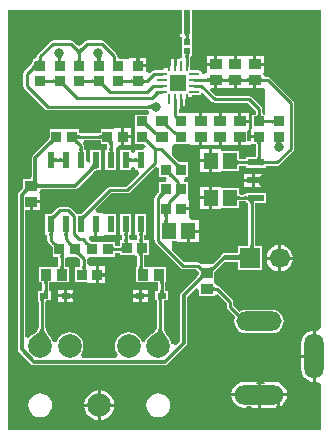
<source format=gtl>
G04*
G04 #@! TF.GenerationSoftware,Altium Limited,Altium Designer,19.0.15 (446)*
G04*
G04 Layer_Physical_Order=1*
G04 Layer_Color=255*
%FSLAX25Y25*%
%MOIN*%
G70*
G01*
G75*
%ADD14C,0.01000*%
%ADD15C,0.00800*%
%ADD18R,0.03740X0.03347*%
%ADD19R,0.02126X0.02165*%
%ADD20R,0.02165X0.02126*%
%ADD21R,0.03347X0.03740*%
%ADD22R,0.03543X0.03937*%
%ADD23R,0.03937X0.03543*%
%ADD24R,0.05512X0.02362*%
%ADD25R,0.03937X0.02362*%
%ADD26R,0.05118X0.05512*%
%ADD27O,0.00984X0.03740*%
%ADD28O,0.03740X0.00984*%
%ADD29R,0.05709X0.05709*%
%ADD30R,0.02362X0.05709*%
%ADD31R,0.03150X0.01968*%
%ADD54C,0.01200*%
%ADD55R,0.02600X0.04000*%
%ADD56R,0.01400X0.03000*%
%ADD57R,0.02700X0.04900*%
%ADD58R,0.03200X0.06600*%
%ADD59R,0.02000X0.06600*%
%ADD60C,0.07874*%
%ADD61O,0.06496X0.15158*%
%ADD62O,0.15158X0.06496*%
%ADD63O,0.16535X0.06496*%
%ADD64C,0.06693*%
%ADD65R,0.06693X0.06693*%
%ADD66C,0.02756*%
%ADD67C,0.03150*%
G36*
X640421Y235151D02*
X640336Y235121D01*
X640261Y235070D01*
X640196Y234999D01*
X640141Y234908D01*
X640096Y234797D01*
X640061Y234665D01*
X640036Y234513D01*
X640022Y234359D01*
X640036Y234207D01*
X640060Y234057D01*
X640095Y233927D01*
X640140Y233817D01*
X640194Y233727D01*
X640259Y233657D01*
X640333Y233607D01*
X640417Y233577D01*
X640512Y233567D01*
X638516Y233555D01*
X638611Y233565D01*
X638696Y233596D01*
X638771Y233647D01*
X638836Y233718D01*
X638891Y233809D01*
X638936Y233921D01*
X638971Y234052D01*
X638996Y234203D01*
X639009Y234358D01*
X638996Y234513D01*
X638971Y234665D01*
X638936Y234797D01*
X638891Y234908D01*
X638836Y234999D01*
X638771Y235070D01*
X638696Y235121D01*
X638611Y235151D01*
X638516Y235161D01*
X640516D01*
X640421Y235151D01*
D02*
G37*
G36*
X604707Y229719D02*
X604573Y229574D01*
X604453Y229424D01*
X604347Y229268D01*
X604255Y229106D01*
X604177Y228939D01*
X604113Y228765D01*
X604064Y228585D01*
X604028Y228400D01*
X604007Y228209D01*
X604000Y228012D01*
X603000D01*
X602993Y228209D01*
X602972Y228400D01*
X602936Y228585D01*
X602887Y228765D01*
X602823Y228939D01*
X602745Y229106D01*
X602654Y229268D01*
X602548Y229424D01*
X602427Y229574D01*
X602293Y229719D01*
X602793Y230633D01*
X602934Y230506D01*
X603076Y230407D01*
X603217Y230336D01*
X603359Y230294D01*
X603500Y230280D01*
X603641Y230294D01*
X603783Y230336D01*
X603924Y230407D01*
X604066Y230506D01*
X604207Y230633D01*
X604707Y229719D01*
D02*
G37*
G36*
X640366Y228345D02*
X640281Y228315D01*
X640206Y228265D01*
X640141Y228195D01*
X640086Y228105D01*
X640041Y227995D01*
X640006Y227865D01*
X639981Y227715D01*
X639966Y227545D01*
X639961Y227355D01*
X638961D01*
X638956Y227545D01*
X638941Y227715D01*
X638916Y227865D01*
X638881Y227995D01*
X638836Y228105D01*
X638781Y228195D01*
X638716Y228265D01*
X638641Y228315D01*
X638556Y228345D01*
X638461Y228355D01*
X640461D01*
X640366Y228345D01*
D02*
G37*
G36*
X684020Y158550D02*
Y137106D01*
X682955Y136294D01*
X682820Y136277D01*
X682307Y136345D01*
Y127795D01*
Y119246D01*
X682820Y119313D01*
X682955Y119296D01*
X684020Y118484D01*
Y103382D01*
X579760D01*
Y243075D01*
X637795D01*
Y238263D01*
X637000D01*
Y236200D01*
D01*
Y234137D01*
X637795D01*
Y227160D01*
X637675Y227061D01*
X636608Y226864D01*
X636592Y226867D01*
X636098Y227197D01*
X636016Y227213D01*
Y224413D01*
X635016D01*
Y227213D01*
X634934Y227197D01*
X634531Y226928D01*
X634129Y227197D01*
X634047Y227213D01*
Y224413D01*
X633547D01*
Y223913D01*
X632026D01*
Y223799D01*
X631087Y223074D01*
X631047Y223066D01*
X628504D01*
X628075Y222981D01*
X627711Y222738D01*
X627711Y222738D01*
X627070Y222097D01*
X625870Y222594D01*
Y224059D01*
X623000D01*
Y224559D01*
X622500D01*
Y226208D01*
X622000D01*
X622095Y226218D01*
X622180Y226249D01*
X622255Y226299D01*
X622320Y226370D01*
X622375Y226461D01*
X622420Y226573D01*
X622455Y226704D01*
X622480Y226856D01*
X622495Y227028D01*
X622500Y227220D01*
Y227232D01*
X620130D01*
Y226929D01*
X618970Y226832D01*
X618930Y226832D01*
X616717D01*
X616252Y227870D01*
X616166Y228299D01*
X615923Y228663D01*
X615923Y228663D01*
X611793Y232793D01*
X611429Y233036D01*
X611000Y233122D01*
X611000Y233121D01*
X606281D01*
X606281Y233122D01*
X605852Y233036D01*
X605488Y232793D01*
X604183Y231488D01*
X603500Y231307D01*
X602817Y231488D01*
X601512Y232793D01*
X601148Y233036D01*
X600719Y233122D01*
X600719Y233121D01*
X594768D01*
X594768Y233122D01*
X594339Y233036D01*
X593975Y232793D01*
X593975Y232793D01*
X589707Y228525D01*
X589464Y228161D01*
X589378Y227732D01*
X588646Y226832D01*
X588030D01*
Y226141D01*
X588005Y226090D01*
X588000Y225983D01*
X587988Y225908D01*
X587968Y225827D01*
X587937Y225741D01*
X587894Y225649D01*
X587840Y225551D01*
X587771Y225446D01*
X587687Y225336D01*
X587589Y225221D01*
X587464Y225090D01*
X587440Y225026D01*
X585207Y222793D01*
X584964Y222429D01*
X584878Y222000D01*
X584878Y222000D01*
Y218000D01*
X584878Y218000D01*
X584964Y217571D01*
X585207Y217207D01*
X592207Y210207D01*
X592207Y210207D01*
X592571Y209964D01*
X593000Y209878D01*
X626433D01*
X626814Y209351D01*
X626858Y209271D01*
X626786Y208998D01*
X626703Y208827D01*
X626612Y208701D01*
X626518Y208605D01*
X626173Y208332D01*
X622030D01*
Y204414D01*
X622030Y203786D01*
X622030D01*
Y203214D01*
X622030D01*
Y198668D01*
X624813D01*
X624840Y198651D01*
X624893Y198663D01*
X624944Y198642D01*
X625907Y198002D01*
X625908Y197785D01*
X624830Y196683D01*
X622219D01*
Y195892D01*
X621500Y195477D01*
X620781Y195892D01*
Y196683D01*
X617219D01*
Y189774D01*
X620781D01*
Y190565D01*
X621500Y190980D01*
X622219Y190565D01*
Y189774D01*
X622983D01*
X623442Y188665D01*
X619099Y184322D01*
X613756D01*
X613756Y184322D01*
X613327Y184237D01*
X612963Y183994D01*
X604789Y175820D01*
X604727Y175797D01*
X604346Y175442D01*
X604204Y175328D01*
X604081Y175242D01*
X604053Y175226D01*
X603816D01*
X603755Y175251D01*
X603705Y175231D01*
X603651Y175243D01*
X603624Y175226D01*
X602653D01*
X602512Y175437D01*
X602512Y175437D01*
X600570Y177379D01*
X600206Y177622D01*
X599777Y177707D01*
X599777Y177707D01*
X597141D01*
X597141Y177707D01*
X596712Y177622D01*
X596348Y177379D01*
X596348Y177379D01*
X594789Y175820D01*
X594727Y175797D01*
X594346Y175442D01*
X594204Y175328D01*
X594081Y175242D01*
X594054Y175226D01*
X593816D01*
X593755Y175251D01*
X593705Y175231D01*
X593651Y175243D01*
X593624Y175226D01*
X592219D01*
Y168317D01*
X592815D01*
X592820Y168301D01*
X592835Y168207D01*
X592846Y168082D01*
X592851Y167912D01*
X592878Y167850D01*
Y166638D01*
X592878Y166638D01*
X592964Y166209D01*
X593207Y165845D01*
X594074Y164978D01*
X594097Y164916D01*
X594451Y164535D01*
X594566Y164392D01*
X594652Y164270D01*
X594668Y164242D01*
Y164005D01*
X594642Y163944D01*
X594663Y163893D01*
X594651Y163840D01*
X594668Y163813D01*
Y161030D01*
X596474D01*
X596477Y161020D01*
X596493Y160924D01*
X596504Y160797D01*
X596508Y160625D01*
X596536Y160563D01*
Y158036D01*
X596508Y157973D01*
X596504Y157801D01*
X596493Y157673D01*
X596477Y157577D01*
X596474Y157569D01*
X595286D01*
Y157569D01*
X594714D01*
Y157569D01*
X589971D01*
Y152431D01*
X591160D01*
X591162Y152423D01*
X591178Y152327D01*
X591189Y152199D01*
X591193Y152027D01*
X591221Y151964D01*
Y150051D01*
X591193Y149989D01*
X591189Y149817D01*
X591178Y149689D01*
X591162Y149593D01*
X591160Y149584D01*
X589782D01*
Y147616D01*
X589782Y147192D01*
X589757Y147155D01*
X589760Y147062D01*
X589744Y147023D01*
X589782Y146416D01*
X590036Y145237D01*
Y137620D01*
X590017Y137591D01*
X590024Y137562D01*
X590010Y137537D01*
X589991Y137308D01*
X589943Y137117D01*
X589856Y136905D01*
X589724Y136672D01*
X589544Y136420D01*
X589314Y136151D01*
X589039Y135874D01*
X588309Y135261D01*
X587871Y134943D01*
X587805Y134836D01*
X587264Y134421D01*
X586755Y133757D01*
X585555Y134092D01*
Y176571D01*
X587000D01*
Y179343D01*
X587500D01*
Y179843D01*
X590469D01*
Y182114D01*
X590263Y182202D01*
X590256Y182295D01*
X590436Y182776D01*
X590805Y183434D01*
X602102D01*
X602570Y183527D01*
X602967Y183792D01*
X608216Y189040D01*
X608273Y189062D01*
X608731Y189487D01*
X608907Y189628D01*
X609061Y189735D01*
X609130Y189774D01*
X609438D01*
X609528Y189737D01*
X609577Y189757D01*
X609629Y189745D01*
X609677Y189774D01*
X610781D01*
Y196683D01*
X607219D01*
Y192537D01*
X606981Y192285D01*
X605814Y192749D01*
X605804Y192762D01*
X605781Y192814D01*
Y196683D01*
X605183D01*
X605181Y196691D01*
X605165Y196788D01*
X605154Y196915D01*
X605149Y197088D01*
X605122Y197150D01*
Y197862D01*
X605122Y197862D01*
X605036Y198291D01*
X604793Y198655D01*
X604793Y198655D01*
X604770Y198678D01*
X605267Y199878D01*
X610201D01*
X610263Y199851D01*
X610433Y199846D01*
X610558Y199835D01*
X610651Y199820D01*
X610668Y199815D01*
Y198530D01*
X612817D01*
X612819Y198520D01*
X612835Y198424D01*
X612846Y198297D01*
X612851Y198125D01*
X612878Y198063D01*
Y197150D01*
X612851Y197088D01*
X612846Y196915D01*
X612835Y196788D01*
X612819Y196691D01*
X612817Y196683D01*
X612219D01*
Y189774D01*
X615781D01*
Y196683D01*
X615781D01*
X615743Y196900D01*
X615991Y197454D01*
X616726Y198130D01*
X617559D01*
Y201000D01*
Y203870D01*
X616249D01*
X615386Y203870D01*
X614352Y203470D01*
X610668D01*
Y202185D01*
X610651Y202180D01*
X610558Y202165D01*
X610433Y202154D01*
X610263Y202149D01*
X610201Y202122D01*
X603799D01*
X603737Y202149D01*
X603565Y202154D01*
X603437Y202165D01*
X603341Y202181D01*
X603332Y202183D01*
Y203470D01*
X598786D01*
Y203470D01*
X598214D01*
Y203470D01*
X593668D01*
Y201107D01*
X593645Y201073D01*
X593654Y201022D01*
X593631Y200975D01*
X593668Y200871D01*
Y200548D01*
X593616Y200458D01*
X593516Y200313D01*
X593182Y199918D01*
X592964Y199692D01*
X592940Y199631D01*
X588003Y194694D01*
X587738Y194298D01*
X587645Y193829D01*
Y187692D01*
X587619Y187634D01*
X587614Y187426D01*
X587600Y187267D01*
X587579Y187143D01*
X587556Y187057D01*
X587546Y187033D01*
X587538Y187029D01*
X584932D01*
Y184726D01*
X584914Y184698D01*
X584927Y184645D01*
X584906Y184595D01*
X584932Y184533D01*
Y184190D01*
X584898Y184133D01*
X584795Y183985D01*
X584452Y183581D01*
X584228Y183349D01*
X584204Y183289D01*
X583466Y182551D01*
X583201Y182154D01*
X583108Y181686D01*
Y130089D01*
X583201Y129621D01*
X583466Y129224D01*
X587507Y125183D01*
X587904Y124918D01*
X588372Y124825D01*
X631998D01*
X632466Y124918D01*
X632863Y125183D01*
X639180Y131500D01*
X639445Y131897D01*
X639538Y132365D01*
Y147662D01*
X642323Y150447D01*
X643432Y149988D01*
Y147971D01*
X648568D01*
Y147971D01*
X649768Y148457D01*
X652671Y145554D01*
Y144286D01*
X652671Y144286D01*
X652757Y143856D01*
X653000Y143492D01*
X655350Y141143D01*
X655374Y141079D01*
X655511Y140936D01*
X655596Y140837D01*
X655420Y140414D01*
X655288Y139409D01*
X655420Y138405D01*
X655808Y137469D01*
X656425Y136665D01*
X657229Y136048D01*
X658165Y135660D01*
X659169Y135528D01*
X667831D01*
X668835Y135660D01*
X669771Y136048D01*
X670575Y136665D01*
X671192Y137469D01*
X671580Y138405D01*
X671712Y139409D01*
X671580Y140414D01*
X671192Y141350D01*
X670575Y142154D01*
X669771Y142771D01*
X668835Y143158D01*
X667831Y143291D01*
X659169D01*
X658165Y143158D01*
X657229Y142771D01*
X657063Y142644D01*
X657000Y142704D01*
X656936Y142729D01*
X654915Y144750D01*
Y146018D01*
X654915Y146018D01*
X654829Y146447D01*
X654586Y146811D01*
X654586Y146811D01*
X650262Y151136D01*
X649898Y151379D01*
X649469Y151464D01*
X649124Y151744D01*
X648568Y152714D01*
Y153286D01*
X648568D01*
X648568Y153914D01*
Y155710D01*
X648592Y155769D01*
X648653Y155880D01*
X648740Y156011D01*
X649253Y156621D01*
X649483Y156857D01*
X649509Y156923D01*
X651965Y159378D01*
X656086D01*
X656149Y159351D01*
X656321Y159346D01*
X656449Y159335D01*
X656545Y159319D01*
X656554Y159317D01*
Y156553D01*
X664446D01*
Y159448D01*
Y160422D01*
D01*
Y164446D01*
X662183D01*
X662181Y164455D01*
X662165Y164551D01*
X662154Y164679D01*
X662149Y164851D01*
X662122Y164913D01*
Y178346D01*
X662149Y178408D01*
X662154Y178581D01*
X662165Y178709D01*
X662181Y178805D01*
X662183Y178813D01*
X665681D01*
Y182376D01*
X658969D01*
Y181777D01*
X658960Y181775D01*
X658864Y181759D01*
X658736Y181748D01*
X658564Y181744D01*
X658502Y181716D01*
X657276D01*
X657214Y181744D01*
X657044Y181748D01*
X656919Y181759D01*
X656825Y181775D01*
X656809Y181779D01*
Y183950D01*
X650910D01*
Y184350D01*
X647850D01*
Y180594D01*
Y176839D01*
X650910D01*
Y177239D01*
X656809D01*
Y179410D01*
X656825Y179414D01*
X656919Y179430D01*
X657044Y179441D01*
X657214Y179445D01*
X657276Y179473D01*
X658502D01*
X658564Y179445D01*
X658736Y179441D01*
X658864Y179430D01*
X658960Y179414D01*
X658969Y179411D01*
Y178813D01*
X659817D01*
X659819Y178805D01*
X659835Y178709D01*
X659846Y178581D01*
X659851Y178408D01*
X659878Y178346D01*
Y164913D01*
X659851Y164851D01*
X659846Y164679D01*
X659835Y164551D01*
X659819Y164455D01*
X659817Y164446D01*
X656554D01*
Y162321D01*
X656535Y162313D01*
X656447Y162290D01*
X656321Y162269D01*
X656159Y162255D01*
X655949Y162249D01*
X655891Y162223D01*
X652000D01*
X651532Y162130D01*
X651135Y161865D01*
X650870Y161468D01*
X650854Y161392D01*
X650707Y161293D01*
X650707Y161293D01*
X648070Y158657D01*
X648032Y158647D01*
X648011Y158613D01*
X647973Y158598D01*
X647922Y158550D01*
X644077D01*
X644035Y158590D01*
X643970Y158616D01*
X643793Y158793D01*
X643429Y159036D01*
X643000Y159122D01*
X643000Y159122D01*
X638594D01*
X634351Y163365D01*
Y166144D01*
X636240D01*
Y165744D01*
X639299D01*
Y169500D01*
X639799D01*
Y170000D01*
X643358D01*
Y173256D01*
X641019D01*
X640232Y174130D01*
Y176500D01*
X637559D01*
Y177500D01*
X640232D01*
Y179870D01*
X639929D01*
X639832Y181030D01*
X639832D01*
Y185970D01*
X638541D01*
X638295Y186330D01*
X638928Y187530D01*
X639832D01*
Y192470D01*
X637461D01*
X637413Y192500D01*
X637361Y192487D01*
X637312Y192508D01*
X637222Y192470D01*
X637020D01*
X636980Y192492D01*
X636867Y192572D01*
X636539Y192849D01*
X636349Y193032D01*
X636284Y193058D01*
X634351Y194991D01*
Y197743D01*
X635551Y198668D01*
X639831D01*
X639954Y198668D01*
X641032Y198371D01*
Y198071D01*
X643500D01*
Y200843D01*
X644500D01*
Y198071D01*
X646332D01*
X646969Y198071D01*
X648169Y198071D01*
X650000D01*
Y200843D01*
X651000D01*
Y198071D01*
X652832D01*
X653469Y198071D01*
X654669Y198071D01*
X656500D01*
Y200843D01*
X657500D01*
Y198071D01*
X659969D01*
Y198333D01*
X661030Y198668D01*
X661030Y198668D01*
X662315D01*
X662320Y198652D01*
X662335Y198558D01*
X662346Y198433D01*
X662351Y198263D01*
X662378Y198201D01*
Y194654D01*
X662351Y194592D01*
X662346Y194419D01*
X662335Y194291D01*
X662319Y194195D01*
X662317Y194187D01*
X658969D01*
Y193588D01*
X658960Y193586D01*
X658864Y193570D01*
X658736Y193559D01*
X658564Y193555D01*
X658502Y193527D01*
X657276D01*
X657214Y193555D01*
X657044Y193559D01*
X656919Y193570D01*
X656825Y193586D01*
X656809Y193590D01*
Y196356D01*
X650910D01*
Y196756D01*
X647850D01*
Y193000D01*
Y189244D01*
X650910D01*
Y189644D01*
X656809D01*
Y191221D01*
X656825Y191225D01*
X656919Y191241D01*
X657044Y191252D01*
X657214Y191256D01*
X657276Y191284D01*
X658502D01*
X658564Y191256D01*
X658736Y191252D01*
X658864Y191241D01*
X658960Y191225D01*
X658969Y191223D01*
Y190624D01*
X665681D01*
Y191221D01*
X665697Y191225D01*
X665791Y191241D01*
X665916Y191252D01*
X666086Y191256D01*
X666148Y191284D01*
X669406D01*
X669406Y191284D01*
X669835Y191369D01*
X670199Y191613D01*
X674793Y196207D01*
X674793Y196207D01*
X675036Y196571D01*
X675122Y197000D01*
Y212185D01*
X675122Y212185D01*
X675036Y212614D01*
X674793Y212978D01*
X674793Y212978D01*
X667136Y220636D01*
X666772Y220879D01*
X666343Y220964D01*
X666343Y220964D01*
X665743D01*
X665693Y220981D01*
X664906Y222020D01*
X664894Y222194D01*
X664968Y222386D01*
X664968Y223249D01*
Y224657D01*
X662000D01*
Y225157D01*
X661500D01*
Y227929D01*
X659668D01*
X659031Y227929D01*
X657831Y227929D01*
X656000D01*
Y225157D01*
X655000D01*
Y227929D01*
X653168D01*
X652531Y227929D01*
X651332Y227929D01*
X649500D01*
Y225157D01*
X649000D01*
Y224657D01*
X646032D01*
Y223249D01*
X646032Y222386D01*
X646051Y222335D01*
X646049Y222205D01*
X645995Y222118D01*
X644736Y221852D01*
X644382Y222069D01*
X644320Y222379D01*
X644079Y222740D01*
X643717Y222982D01*
X643291Y223066D01*
X640566D01*
Y224341D01*
X640582Y224421D01*
X640582Y224421D01*
Y227275D01*
X640610Y227338D01*
X640614Y227507D01*
X640625Y227633D01*
X640641Y227726D01*
X640645Y227743D01*
X641124D01*
Y230813D01*
Y233436D01*
X641157Y233498D01*
Y233498D01*
X641254Y234537D01*
X641254Y234537D01*
Y237863D01*
X641249D01*
Y243075D01*
X684020D01*
Y158550D01*
D02*
G37*
G36*
X615635Y227030D02*
X615650Y226860D01*
X615675Y226710D01*
X615710Y226580D01*
X615755Y226470D01*
X615810Y226380D01*
X615875Y226310D01*
X615950Y226260D01*
X616035Y226230D01*
X616130Y226220D01*
X614642D01*
X614640Y226230D01*
X614638Y226260D01*
X614631Y226710D01*
X614630Y227220D01*
X615630D01*
X615635Y227030D01*
D02*
G37*
G36*
X604005D02*
X604020Y226860D01*
X604045Y226710D01*
X604080Y226580D01*
X604125Y226470D01*
X604180Y226380D01*
X604245Y226310D01*
X604320Y226260D01*
X604405Y226230D01*
X604500Y226220D01*
X602500D01*
X602595Y226230D01*
X602680Y226260D01*
X602755Y226310D01*
X602820Y226380D01*
X602875Y226470D01*
X602920Y226580D01*
X602955Y226710D01*
X602980Y226860D01*
X602995Y227030D01*
X603000Y227220D01*
X604000D01*
X604005Y227030D01*
D02*
G37*
G36*
X591005D02*
X591020Y226860D01*
X591045Y226710D01*
X591080Y226580D01*
X591125Y226470D01*
X591180Y226380D01*
X591245Y226310D01*
X591320Y226260D01*
X591405Y226230D01*
X591500Y226220D01*
X589500D01*
X589595Y226230D01*
X589680Y226260D01*
X589755Y226310D01*
X589820Y226380D01*
X589875Y226470D01*
X589920Y226580D01*
X589955Y226710D01*
X589980Y226860D01*
X589995Y227030D01*
X590000Y227220D01*
X591000D01*
X591005Y227030D01*
D02*
G37*
G36*
X610974Y227793D02*
X610874Y227666D01*
X610786Y227538D01*
X610710Y227407D01*
X610646Y227275D01*
X610594Y227140D01*
X610553Y227004D01*
X610523Y226866D01*
X610521Y226848D01*
X610545Y226704D01*
X610580Y226573D01*
X610625Y226461D01*
X610680Y226370D01*
X610745Y226299D01*
X610820Y226249D01*
X610905Y226218D01*
X611000Y226208D01*
X609000D01*
X609095Y226218D01*
X609180Y226249D01*
X609255Y226299D01*
X609320Y226370D01*
X609375Y226461D01*
X609420Y226573D01*
X609455Y226704D01*
X609475Y226828D01*
X609475Y226828D01*
X609444Y226966D01*
X609401Y227100D01*
X609345Y227231D01*
X609277Y227358D01*
X609197Y227482D01*
X609104Y227603D01*
X608999Y227721D01*
X608882Y227835D01*
X611085Y227918D01*
X610974Y227793D01*
D02*
G37*
G36*
X597929Y227756D02*
X597826Y227634D01*
X597736Y227509D01*
X597658Y227382D01*
X597592Y227252D01*
X597537Y227119D01*
X597495Y226984D01*
X597465Y226846D01*
X597464Y226837D01*
X597486Y226704D01*
X597521Y226573D01*
X597566Y226461D01*
X597621Y226370D01*
X597686Y226299D01*
X597761Y226249D01*
X597846Y226218D01*
X597941Y226208D01*
X595941D01*
X596036Y226218D01*
X596121Y226249D01*
X596196Y226299D01*
X596261Y226370D01*
X596316Y226461D01*
X596361Y226573D01*
X596396Y226704D01*
X596418Y226837D01*
X596417Y226846D01*
X596387Y226984D01*
X596345Y227119D01*
X596290Y227252D01*
X596224Y227382D01*
X596146Y227509D01*
X596056Y227634D01*
X595953Y227756D01*
X595839Y227875D01*
X598043D01*
X597929Y227756D01*
D02*
G37*
G36*
X588654Y223228D02*
X588647Y223357D01*
X588625Y223458D01*
X588589Y223530D01*
X588539Y223573D01*
X588474Y223587D01*
X588395Y223573D01*
X588302Y223530D01*
X588194Y223458D01*
X588071Y223357D01*
X587935Y223228D01*
Y224642D01*
X588071Y224785D01*
X588194Y224929D01*
X588302Y225071D01*
X588395Y225213D01*
X588474Y225355D01*
X588539Y225496D01*
X588589Y225637D01*
X588625Y225777D01*
X588647Y225917D01*
X588654Y226056D01*
Y223228D01*
D02*
G37*
G36*
X647055Y218984D02*
X647045Y219079D01*
X647015Y219164D01*
X646964Y219239D01*
X646894Y219304D01*
X646803Y219359D01*
X646691Y219404D01*
X646560Y219439D01*
X646408Y219464D01*
X646236Y219479D01*
X646043Y219484D01*
Y220484D01*
X646236Y220489D01*
X646408Y220504D01*
X646560Y220529D01*
X646691Y220564D01*
X646803Y220609D01*
X646894Y220664D01*
X646964Y220729D01*
X647015Y220804D01*
X647045Y220889D01*
X647055Y220984D01*
Y218984D01*
D02*
G37*
G36*
X663955Y220748D02*
X663985Y220663D01*
X664036Y220588D01*
X664106Y220523D01*
X664197Y220468D01*
X664309Y220423D01*
X664440Y220388D01*
X664592Y220363D01*
X664764Y220348D01*
X664957Y220343D01*
Y219343D01*
X664764Y219338D01*
X664592Y219323D01*
X664440Y219298D01*
X664309Y219263D01*
X664197Y219218D01*
X664106Y219163D01*
X664036Y219098D01*
X663985Y219023D01*
X663955Y218938D01*
X663944Y218843D01*
Y220843D01*
X663955Y220748D01*
D02*
G37*
G36*
X660055Y218843D02*
X660045Y218938D01*
X660015Y219023D01*
X659964Y219098D01*
X659894Y219163D01*
X659802Y219218D01*
X659691Y219263D01*
X659560Y219298D01*
X659408Y219323D01*
X659236Y219338D01*
X659044Y219343D01*
Y220343D01*
X659236Y220348D01*
X659408Y220363D01*
X659560Y220388D01*
X659691Y220423D01*
X659802Y220468D01*
X659894Y220523D01*
X659964Y220588D01*
X660015Y220663D01*
X660045Y220748D01*
X660055Y220843D01*
Y218843D01*
D02*
G37*
G36*
X657455Y220748D02*
X657485Y220663D01*
X657536Y220588D01*
X657606Y220523D01*
X657697Y220468D01*
X657809Y220423D01*
X657940Y220388D01*
X658092Y220363D01*
X658264Y220348D01*
X658457Y220343D01*
Y219343D01*
X658264Y219338D01*
X658092Y219323D01*
X657940Y219298D01*
X657809Y219263D01*
X657697Y219218D01*
X657606Y219163D01*
X657536Y219098D01*
X657485Y219023D01*
X657455Y218938D01*
X657444Y218843D01*
Y220843D01*
X657455Y220748D01*
D02*
G37*
G36*
X653555Y218843D02*
X653545Y218938D01*
X653515Y219023D01*
X653464Y219098D01*
X653394Y219163D01*
X653302Y219218D01*
X653191Y219263D01*
X653060Y219298D01*
X652908Y219323D01*
X652736Y219338D01*
X652543Y219343D01*
Y220343D01*
X652736Y220348D01*
X652908Y220363D01*
X653060Y220388D01*
X653191Y220423D01*
X653302Y220468D01*
X653394Y220523D01*
X653464Y220588D01*
X653515Y220663D01*
X653545Y220748D01*
X653555Y220843D01*
Y218843D01*
D02*
G37*
G36*
X650955Y220748D02*
X650985Y220663D01*
X651036Y220588D01*
X651106Y220523D01*
X651197Y220468D01*
X651309Y220423D01*
X651440Y220388D01*
X651592Y220363D01*
X651764Y220348D01*
X651957Y220343D01*
Y219343D01*
X651764Y219338D01*
X651592Y219323D01*
X651440Y219298D01*
X651309Y219263D01*
X651197Y219218D01*
X651106Y219163D01*
X651036Y219098D01*
X650985Y219023D01*
X650955Y218938D01*
X650945Y218843D01*
Y220843D01*
X650955Y220748D01*
D02*
G37*
G36*
X624856Y220346D02*
X624887Y220261D01*
X624937Y220186D01*
X625008Y220121D01*
X625099Y220066D01*
X625210Y220021D01*
X625342Y219986D01*
X625494Y219961D01*
X625666Y219946D01*
X625858Y219941D01*
Y218941D01*
X625666Y218936D01*
X625494Y218921D01*
X625342Y218896D01*
X625210Y218861D01*
X625099Y218816D01*
X625008Y218761D01*
X624937Y218696D01*
X624887Y218621D01*
X624856Y218536D01*
X624846Y218441D01*
Y220441D01*
X624856Y220346D01*
D02*
G37*
G36*
X621154Y218441D02*
X621144Y218536D01*
X621113Y218621D01*
X621063Y218696D01*
X620992Y218761D01*
X620901Y218816D01*
X620790Y218861D01*
X620658Y218896D01*
X620506Y218921D01*
X620334Y218936D01*
X620142Y218941D01*
Y219941D01*
X620334Y219946D01*
X620506Y219961D01*
X620658Y219986D01*
X620790Y220021D01*
X620901Y220066D01*
X620992Y220121D01*
X621063Y220186D01*
X621113Y220261D01*
X621144Y220346D01*
X621154Y220441D01*
Y218441D01*
D02*
G37*
G36*
X618356Y220346D02*
X618387Y220261D01*
X618437Y220186D01*
X618508Y220121D01*
X618599Y220066D01*
X618710Y220021D01*
X618842Y219986D01*
X618994Y219961D01*
X619166Y219946D01*
X619358Y219941D01*
Y218941D01*
X619166Y218936D01*
X618994Y218921D01*
X618842Y218896D01*
X618710Y218861D01*
X618599Y218816D01*
X618508Y218761D01*
X618437Y218696D01*
X618387Y218621D01*
X618356Y218536D01*
X618346Y218441D01*
Y220441D01*
X618356Y220346D01*
D02*
G37*
G36*
X608154Y218441D02*
X608144Y218536D01*
X608113Y218621D01*
X608063Y218696D01*
X607992Y218761D01*
X607901Y218816D01*
X607790Y218861D01*
X607658Y218896D01*
X607506Y218921D01*
X607334Y218936D01*
X607142Y218941D01*
Y219941D01*
X607334Y219946D01*
X607506Y219961D01*
X607658Y219986D01*
X607790Y220021D01*
X607901Y220066D01*
X607992Y220121D01*
X608063Y220186D01*
X608113Y220261D01*
X608144Y220346D01*
X608154Y220441D01*
Y218441D01*
D02*
G37*
G36*
X605356Y220346D02*
X605387Y220261D01*
X605437Y220186D01*
X605508Y220121D01*
X605599Y220066D01*
X605710Y220021D01*
X605842Y219986D01*
X605994Y219961D01*
X606166Y219946D01*
X606358Y219941D01*
Y218941D01*
X606166Y218936D01*
X605994Y218921D01*
X605842Y218896D01*
X605710Y218861D01*
X605599Y218816D01*
X605508Y218761D01*
X605437Y218696D01*
X605387Y218621D01*
X605356Y218536D01*
X605346Y218441D01*
Y220441D01*
X605356Y220346D01*
D02*
G37*
G36*
X595154Y218441D02*
X595144Y218536D01*
X595113Y218621D01*
X595063Y218696D01*
X594992Y218761D01*
X594901Y218816D01*
X594790Y218861D01*
X594658Y218896D01*
X594506Y218921D01*
X594334Y218936D01*
X594142Y218941D01*
Y219941D01*
X594334Y219946D01*
X594506Y219961D01*
X594658Y219986D01*
X594790Y220021D01*
X594901Y220066D01*
X594992Y220121D01*
X595063Y220186D01*
X595113Y220261D01*
X595144Y220346D01*
X595154Y220441D01*
Y218441D01*
D02*
G37*
G36*
X592356Y220346D02*
X592387Y220261D01*
X592437Y220186D01*
X592508Y220121D01*
X592599Y220066D01*
X592710Y220021D01*
X592842Y219986D01*
X592994Y219961D01*
X593166Y219946D01*
X593358Y219941D01*
Y218941D01*
X593166Y218936D01*
X592994Y218921D01*
X592842Y218896D01*
X592710Y218861D01*
X592599Y218816D01*
X592508Y218761D01*
X592437Y218696D01*
X592387Y218621D01*
X592356Y218536D01*
X592346Y218441D01*
Y220441D01*
X592356Y220346D01*
D02*
G37*
G36*
X611801Y219116D02*
X611773Y219024D01*
Y218918D01*
X611801Y218798D01*
X611858Y218664D01*
X611943Y218515D01*
X612056Y218353D01*
X612197Y218176D01*
X612565Y217780D01*
X611858Y217073D01*
X611653Y217271D01*
X611285Y217582D01*
X611123Y217695D01*
X610974Y217780D01*
X610840Y217836D01*
X610720Y217865D01*
X610614D01*
X610522Y217836D01*
X610444Y217780D01*
X611858Y219194D01*
X611801Y219116D01*
D02*
G37*
G36*
X598802D02*
X598773Y219024D01*
Y218918D01*
X598802Y218798D01*
X598858Y218664D01*
X598943Y218515D01*
X599056Y218353D01*
X599197Y218176D01*
X599565Y217780D01*
X598858Y217073D01*
X598653Y217271D01*
X598285Y217582D01*
X598123Y217695D01*
X597974Y217780D01*
X597840Y217836D01*
X597720Y217865D01*
X597614D01*
X597522Y217836D01*
X597444Y217780D01*
X598858Y219194D01*
X598802Y219116D01*
D02*
G37*
G36*
X662500Y217071D02*
X664900D01*
X665500Y216906D01*
X665500Y208332D01*
X664683D01*
X664681Y208341D01*
X664665Y208437D01*
X664654Y208565D01*
X664649Y208737D01*
X664622Y208799D01*
Y210065D01*
X664536Y210494D01*
X664293Y210858D01*
X664293Y210858D01*
X660858Y214293D01*
X660494Y214536D01*
X660065Y214622D01*
X660065Y214621D01*
X649120D01*
X647225Y216517D01*
X647455Y217071D01*
X648500D01*
Y219843D01*
X649500D01*
Y217071D01*
X651968D01*
Y217071D01*
X652531D01*
Y217071D01*
X655000D01*
Y219843D01*
X656000D01*
Y217071D01*
X658468D01*
Y217071D01*
X659031D01*
Y217071D01*
X661500D01*
Y219843D01*
X662500D01*
Y217071D01*
D02*
G37*
G36*
X630649Y215570D02*
X630550Y215603D01*
X630442Y215613D01*
X630324Y215599D01*
X630197Y215562D01*
X630060Y215502D01*
X629914Y215419D01*
X629759Y215312D01*
X629593Y215181D01*
X629419Y215028D01*
X629235Y214851D01*
X628655Y215686D01*
X629256Y216234D01*
X630649Y215570D01*
D02*
G37*
G36*
X647863Y212707D02*
X648227Y212464D01*
X648656Y212379D01*
X659600D01*
X662378Y209600D01*
Y208799D01*
X662351Y208737D01*
X662346Y208565D01*
X662335Y208437D01*
X662319Y208341D01*
X662317Y208332D01*
X661030D01*
Y203786D01*
X660630Y203614D01*
Y201441D01*
X663500D01*
Y200441D01*
X660630D01*
Y199500D01*
X659569D01*
X659569Y202951D01*
X659969Y203386D01*
X659969Y203649D01*
Y205657D01*
X657000D01*
Y206157D01*
X656500D01*
Y208929D01*
X654069D01*
X654032Y208929D01*
X653469D01*
X653432Y208929D01*
X651000D01*
Y206157D01*
X650000D01*
Y208929D01*
X647569D01*
X647532Y208929D01*
X646969D01*
X646932Y208929D01*
X644500D01*
Y206157D01*
X643500D01*
Y208929D01*
X643000D01*
Y209000D01*
X636637D01*
Y210313D01*
X636984Y210558D01*
Y213587D01*
X637984D01*
Y210787D01*
X638066Y210803D01*
X638469Y211072D01*
X638871Y210803D01*
X638953Y210787D01*
Y213587D01*
X639453D01*
Y214087D01*
X640974D01*
Y214934D01*
X643291D01*
X643717Y215018D01*
X644079Y215260D01*
X644232Y215489D01*
X644740Y215631D01*
X644935Y215635D01*
X647863Y212707D01*
D02*
G37*
G36*
X627875Y209898D02*
X627756Y210012D01*
X627634Y210115D01*
X627509Y210205D01*
X627382Y210283D01*
X627252Y210349D01*
X627119Y210404D01*
X626984Y210446D01*
X626846Y210476D01*
X626705Y210494D01*
X626562Y210500D01*
Y211500D01*
X626705Y211506D01*
X626846Y211524D01*
X626984Y211554D01*
X627119Y211596D01*
X627252Y211651D01*
X627382Y211717D01*
X627509Y211795D01*
X627634Y211885D01*
X627756Y211988D01*
X627875Y212102D01*
Y209898D01*
D02*
G37*
G36*
X664005Y208528D02*
X664020Y208356D01*
X664045Y208204D01*
X664080Y208073D01*
X664125Y207961D01*
X664180Y207870D01*
X664245Y207799D01*
X664320Y207749D01*
X664405Y207718D01*
X664500Y207708D01*
X662500D01*
X662595Y207718D01*
X662680Y207749D01*
X662755Y207799D01*
X662820Y207870D01*
X662875Y207961D01*
X662920Y208073D01*
X662955Y208204D01*
X662980Y208356D01*
X662995Y208528D01*
X663000Y208720D01*
X664000D01*
X664005Y208528D01*
D02*
G37*
G36*
X668154Y205059D02*
X668144Y205154D01*
X668113Y205239D01*
X668063Y205314D01*
X667992Y205379D01*
X667901Y205434D01*
X667790Y205479D01*
X667658Y205514D01*
X667506Y205539D01*
X667334Y205554D01*
X667142Y205559D01*
Y206559D01*
X667334Y206564D01*
X667506Y206579D01*
X667658Y206604D01*
X667790Y206639D01*
X667901Y206684D01*
X667992Y206739D01*
X668063Y206804D01*
X668113Y206879D01*
X668144Y206964D01*
X668154Y207059D01*
Y205059D01*
D02*
G37*
G36*
X665356Y206964D02*
X665387Y206879D01*
X665437Y206804D01*
X665508Y206739D01*
X665599Y206684D01*
X665710Y206639D01*
X665842Y206604D01*
X665994Y206579D01*
X666166Y206564D01*
X666358Y206559D01*
Y205559D01*
X666166Y205554D01*
X665994Y205539D01*
X665842Y205514D01*
X665710Y205479D01*
X665599Y205434D01*
X665508Y205379D01*
X665437Y205314D01*
X665387Y205239D01*
X665356Y205154D01*
X665346Y205059D01*
Y207059D01*
X665356Y206964D01*
D02*
G37*
G36*
X626291Y205735D02*
X626264Y205644D01*
X626265Y205539D01*
X626294Y205419D01*
X626352Y205285D01*
X626438Y205136D01*
X626552Y204973D01*
X626695Y204796D01*
X627065Y204398D01*
X626358Y203691D01*
X626152Y203890D01*
X625783Y204203D01*
X625620Y204318D01*
X625471Y204404D01*
X625337Y204462D01*
X625217Y204491D01*
X625112Y204492D01*
X625021Y204465D01*
X624944Y204410D01*
X626346Y205812D01*
X626291Y205735D01*
D02*
G37*
G36*
X632986Y205734D02*
X632958Y205642D01*
Y205536D01*
X632986Y205416D01*
X633043Y205282D01*
X633128Y205133D01*
X633241Y204971D01*
X633383Y204794D01*
X633750Y204398D01*
X633043Y203691D01*
X632838Y203889D01*
X632470Y204200D01*
X632308Y204313D01*
X632159Y204398D01*
X632025Y204454D01*
X631905Y204483D01*
X631799D01*
X631707Y204454D01*
X631629Y204398D01*
X633043Y205812D01*
X632986Y205734D01*
D02*
G37*
G36*
X602718Y201905D02*
X602749Y201820D01*
X602799Y201745D01*
X602870Y201680D01*
X602961Y201625D01*
X603073Y201580D01*
X603204Y201545D01*
X603356Y201520D01*
X603528Y201505D01*
X603720Y201500D01*
Y200500D01*
X603528Y200495D01*
X603356Y200480D01*
X603204Y200455D01*
X603073Y200420D01*
X602961Y200375D01*
X602870Y200320D01*
X602799Y200255D01*
X602749Y200180D01*
X602718Y200095D01*
X602712Y200034D01*
X602714Y200029D01*
X602800Y199880D01*
X602915Y199717D01*
X603057Y199540D01*
X603427Y199142D01*
X602720Y198435D01*
X602514Y198634D01*
X602145Y198948D01*
X601982Y199062D01*
X601833Y199148D01*
X601699Y199206D01*
X601579Y199235D01*
X601474Y199236D01*
X601383Y199209D01*
X601306Y199154D01*
X602708Y200556D01*
X602653Y200479D01*
X602626Y200388D01*
X602627Y200283D01*
X602657Y200163D01*
X602708Y200043D01*
Y202000D01*
X602718Y201905D01*
D02*
G37*
G36*
X611280Y200000D02*
X611270Y200095D01*
X611240Y200180D01*
X611190Y200255D01*
X611120Y200320D01*
X611030Y200375D01*
X610920Y200420D01*
X610790Y200455D01*
X610640Y200480D01*
X610470Y200495D01*
X610280Y200500D01*
Y201500D01*
X610470Y201505D01*
X610640Y201520D01*
X610790Y201545D01*
X610920Y201580D01*
X611030Y201625D01*
X611120Y201680D01*
X611190Y201745D01*
X611240Y201820D01*
X611270Y201905D01*
X611280Y202000D01*
Y200000D01*
D02*
G37*
G36*
X595878Y199142D02*
X595789Y199214D01*
X595682Y199252D01*
X595557Y199254D01*
X595415Y199222D01*
X595254Y199154D01*
X595075Y199052D01*
X594879Y198915D01*
X594664Y198742D01*
X594181Y198293D01*
X593431Y199241D01*
X593664Y199482D01*
X594032Y199918D01*
X594166Y200111D01*
X594267Y200289D01*
X594336Y200451D01*
X594371Y200596D01*
X594374Y200726D01*
X594343Y200840D01*
X594280Y200938D01*
X595878Y199142D01*
D02*
G37*
G36*
X626291Y200617D02*
X626264Y200526D01*
X626265Y200421D01*
X626294Y200301D01*
X626352Y200167D01*
X626438Y200018D01*
X626552Y199855D01*
X626695Y199678D01*
X627065Y199280D01*
X626358Y198573D01*
X626152Y198772D01*
X625783Y199085D01*
X625620Y199200D01*
X625471Y199286D01*
X625337Y199344D01*
X625217Y199373D01*
X625112Y199374D01*
X625021Y199347D01*
X624944Y199292D01*
X626346Y200694D01*
X626291Y200617D01*
D02*
G37*
G36*
X670506Y199795D02*
X670524Y199654D01*
X670554Y199516D01*
X670596Y199381D01*
X670633Y199292D01*
X671000D01*
X670905Y199282D01*
X670820Y199251D01*
X670745Y199201D01*
X670700Y199152D01*
X670717Y199118D01*
X670795Y198991D01*
X670886Y198866D01*
X670988Y198744D01*
X671102Y198625D01*
X670518D01*
X670505Y198472D01*
X670500Y198280D01*
X669500D01*
X669495Y198472D01*
X669482Y198625D01*
X668898D01*
X669012Y198744D01*
X669114Y198866D01*
X669205Y198991D01*
X669283Y199118D01*
X669300Y199152D01*
X669255Y199201D01*
X669180Y199251D01*
X669095Y199282D01*
X669000Y199292D01*
X669367D01*
X669404Y199381D01*
X669446Y199516D01*
X669476Y199654D01*
X669494Y199795D01*
X669500Y199938D01*
X670500D01*
X670506Y199795D01*
D02*
G37*
G36*
X664405Y199270D02*
X664320Y199240D01*
X664245Y199190D01*
X664180Y199120D01*
X664125Y199030D01*
X664080Y198920D01*
X664045Y198790D01*
X664020Y198640D01*
X664005Y198470D01*
X664000Y198280D01*
X663000D01*
X662995Y198470D01*
X662980Y198640D01*
X662955Y198790D01*
X662920Y198920D01*
X662875Y199030D01*
X662820Y199120D01*
X662755Y199190D01*
X662680Y199240D01*
X662595Y199270D01*
X662500Y199280D01*
X664500D01*
X664405Y199270D01*
D02*
G37*
G36*
X614602Y199142D02*
X614583Y199132D01*
X614565Y199102D01*
X614550Y199052D01*
X614537Y198982D01*
X614526Y198892D01*
X614509Y198652D01*
X614500Y198142D01*
X613500D01*
X613495Y198334D01*
X613480Y198505D01*
X613455Y198656D01*
X613420Y198788D01*
X613375Y198899D01*
X613320Y198990D01*
X613255Y199061D01*
X613180Y199112D01*
X613095Y199143D01*
X613000Y199154D01*
X614602Y199142D01*
D02*
G37*
G36*
X614505Y196878D02*
X614520Y196706D01*
X614545Y196555D01*
X614580Y196423D01*
X614625Y196312D01*
X614680Y196221D01*
X614745Y196150D01*
X614820Y196099D01*
X614905Y196069D01*
X615000Y196059D01*
X613000D01*
X613095Y196069D01*
X613180Y196099D01*
X613255Y196150D01*
X613320Y196221D01*
X613375Y196312D01*
X613420Y196423D01*
X613455Y196555D01*
X613480Y196706D01*
X613495Y196878D01*
X613500Y197071D01*
X614500D01*
X614505Y196878D01*
D02*
G37*
G36*
X604505D02*
X604520Y196706D01*
X604545Y196555D01*
X604580Y196423D01*
X604625Y196312D01*
X604680Y196221D01*
X604745Y196150D01*
X604820Y196099D01*
X604905Y196069D01*
X605000Y196059D01*
X603000D01*
X603095Y196069D01*
X603180Y196099D01*
X603255Y196150D01*
X603320Y196221D01*
X603375Y196312D01*
X603420Y196423D01*
X603455Y196555D01*
X603480Y196706D01*
X603495Y196878D01*
X603500Y197071D01*
X604500D01*
X604505Y196878D01*
D02*
G37*
G36*
X664005Y194382D02*
X664020Y194210D01*
X664045Y194059D01*
X664080Y193927D01*
X664125Y193816D01*
X664180Y193725D01*
X664245Y193654D01*
X664320Y193603D01*
X664405Y193573D01*
X664500Y193563D01*
X662500D01*
X662595Y193573D01*
X662680Y193603D01*
X662755Y193654D01*
X662820Y193725D01*
X662875Y193816D01*
X662920Y193927D01*
X662955Y194059D01*
X662980Y194210D01*
X662995Y194382D01*
X663000Y194575D01*
X664000D01*
X664005Y194382D01*
D02*
G37*
G36*
X622843Y192228D02*
X622833Y192323D01*
X622802Y192408D01*
X622752Y192483D01*
X622681Y192548D01*
X622590Y192603D01*
X622479Y192648D01*
X622347Y192683D01*
X622195Y192708D01*
X622023Y192723D01*
X621831Y192728D01*
Y193728D01*
X622023Y193733D01*
X622195Y193748D01*
X622347Y193773D01*
X622479Y193808D01*
X622590Y193853D01*
X622681Y193908D01*
X622752Y193973D01*
X622802Y194048D01*
X622833Y194133D01*
X622843Y194228D01*
Y192228D01*
D02*
G37*
G36*
X620167Y194133D02*
X620198Y194048D01*
X620248Y193973D01*
X620319Y193908D01*
X620410Y193853D01*
X620521Y193808D01*
X620653Y193773D01*
X620805Y193748D01*
X620977Y193733D01*
X621169Y193728D01*
Y192728D01*
X620977Y192723D01*
X620805Y192708D01*
X620653Y192683D01*
X620521Y192648D01*
X620410Y192603D01*
X620319Y192548D01*
X620248Y192483D01*
X620198Y192408D01*
X620167Y192323D01*
X620157Y192228D01*
Y194228D01*
X620167Y194133D01*
D02*
G37*
G36*
X597843Y192228D02*
X597833Y192323D01*
X597802Y192408D01*
X597752Y192483D01*
X597681Y192548D01*
X597590Y192603D01*
X597479Y192648D01*
X597347Y192683D01*
X597195Y192708D01*
X597023Y192723D01*
X596831Y192728D01*
Y193728D01*
X597023Y193733D01*
X597195Y193748D01*
X597347Y193773D01*
X597479Y193808D01*
X597590Y193853D01*
X597681Y193908D01*
X597752Y193973D01*
X597802Y194048D01*
X597833Y194133D01*
X597843Y194228D01*
Y192228D01*
D02*
G37*
G36*
X595167Y194133D02*
X595198Y194048D01*
X595248Y193973D01*
X595319Y193908D01*
X595410Y193853D01*
X595521Y193808D01*
X595653Y193773D01*
X595805Y193748D01*
X595977Y193733D01*
X596169Y193728D01*
Y192728D01*
X595977Y192723D01*
X595805Y192708D01*
X595653Y192683D01*
X595521Y192648D01*
X595410Y192603D01*
X595319Y192548D01*
X595248Y192483D01*
X595198Y192408D01*
X595167Y192323D01*
X595157Y192228D01*
Y194228D01*
X595167Y194133D01*
D02*
G37*
G36*
X665079Y193311D02*
X665109Y193226D01*
X665159Y193151D01*
X665229Y193086D01*
X665319Y193031D01*
X665429Y192986D01*
X665559Y192951D01*
X665709Y192926D01*
X665879Y192911D01*
X666069Y192906D01*
Y191906D01*
X665879Y191901D01*
X665709Y191886D01*
X665559Y191861D01*
X665429Y191826D01*
X665319Y191781D01*
X665229Y191726D01*
X665159Y191661D01*
X665109Y191586D01*
X665079Y191501D01*
X665069Y191406D01*
Y193406D01*
X665079Y193311D01*
D02*
G37*
G36*
X659593Y191406D02*
X659583Y191501D01*
X659552Y191586D01*
X659502Y191661D01*
X659431Y191726D01*
X659340Y191781D01*
X659229Y191826D01*
X659097Y191861D01*
X658945Y191886D01*
X658773Y191901D01*
X658581Y191906D01*
Y192906D01*
X658773Y192911D01*
X658945Y192926D01*
X659097Y192951D01*
X659229Y192986D01*
X659340Y193031D01*
X659431Y193086D01*
X659502Y193151D01*
X659552Y193226D01*
X659583Y193311D01*
X659593Y193406D01*
Y191406D01*
D02*
G37*
G36*
X656207Y193311D02*
X656237Y193226D01*
X656287Y193151D01*
X656357Y193086D01*
X656447Y193031D01*
X656557Y192986D01*
X656687Y192951D01*
X656837Y192926D01*
X657007Y192911D01*
X657197Y192906D01*
Y191906D01*
X657007Y191901D01*
X656837Y191886D01*
X656687Y191861D01*
X656557Y191826D01*
X656447Y191781D01*
X656357Y191726D01*
X656287Y191661D01*
X656237Y191586D01*
X656207Y191501D01*
X656197Y191406D01*
Y193406D01*
X656207Y193311D01*
D02*
G37*
G36*
X636103Y192367D02*
X636471Y192056D01*
X636633Y191943D01*
X636782Y191858D01*
X636916Y191802D01*
X637036Y191773D01*
X637142D01*
X637234Y191802D01*
X637312Y191858D01*
X635898Y190444D01*
X635954Y190522D01*
X635983Y190614D01*
Y190720D01*
X635954Y190840D01*
X635898Y190974D01*
X635813Y191123D01*
X635700Y191285D01*
X635558Y191462D01*
X635191Y191858D01*
X635898Y192565D01*
X636103Y192367D01*
D02*
G37*
G36*
X609528Y190386D02*
X609435Y190454D01*
X609324Y190488D01*
X609197D01*
X609053Y190454D01*
X608892Y190386D01*
X608713Y190284D01*
X608518Y190148D01*
X608306Y189979D01*
X607831Y189538D01*
X606982Y190386D01*
X607220Y190632D01*
X607593Y191073D01*
X607729Y191269D01*
X607831Y191447D01*
X607899Y191608D01*
X607933Y191752D01*
Y191879D01*
X607899Y191990D01*
X607831Y192083D01*
X609528Y190386D01*
D02*
G37*
G36*
X634035Y189479D02*
X634008Y189388D01*
X634009Y189283D01*
X634038Y189163D01*
X634096Y189029D01*
X634182Y188880D01*
X634297Y188717D01*
X634439Y188540D01*
X634809Y188142D01*
X634102Y187435D01*
X633896Y187634D01*
X633527Y187947D01*
X633364Y188062D01*
X633215Y188148D01*
X633081Y188206D01*
X632961Y188235D01*
X632856Y188236D01*
X632765Y188209D01*
X632688Y188154D01*
X634090Y189556D01*
X634035Y189479D01*
D02*
G37*
G36*
X589457Y186417D02*
X587669D01*
X587782Y186429D01*
X587885Y186465D01*
X587975Y186525D01*
X588053Y186609D01*
X588119Y186717D01*
X588172Y186849D01*
X588214Y187005D01*
X588244Y187185D01*
X588263Y187389D01*
X588269Y187617D01*
X589468D01*
X589457Y186417D01*
D02*
G37*
G36*
X589457Y185743D02*
X589493Y185641D01*
X589554Y185551D01*
X589638Y185473D01*
X589747Y185407D01*
X589881Y185353D01*
X590038Y185311D01*
X590220Y185281D01*
X590426Y185263D01*
X590657Y185257D01*
Y184057D01*
X590426Y184051D01*
X590220Y184033D01*
X590038Y184003D01*
X589881Y183961D01*
X589747Y183907D01*
X589638Y183841D01*
X589554Y183763D01*
X589493Y183673D01*
X589457Y183571D01*
X589444Y183457D01*
Y185857D01*
X589457Y185743D01*
D02*
G37*
G36*
X587241Y182910D02*
X587148Y182976D01*
X587039Y183009D01*
X586912Y183008D01*
X586768Y182973D01*
X586607Y182904D01*
X586429Y182801D01*
X586233Y182664D01*
X586021Y182493D01*
X585543Y182049D01*
X584695Y182898D01*
X584934Y183145D01*
X585310Y183588D01*
X585447Y183783D01*
X585549Y183961D01*
X585619Y184123D01*
X585654Y184266D01*
X585655Y184393D01*
X585622Y184502D01*
X585556Y184595D01*
X587241Y182910D01*
D02*
G37*
G36*
X630168Y190522D02*
Y187530D01*
X632388D01*
X632775Y187170D01*
X632514Y186305D01*
X632181Y185970D01*
X630168D01*
Y183206D01*
X630138Y183157D01*
X630151Y183106D01*
X630130Y183056D01*
X630168Y182966D01*
Y182764D01*
X630145Y182724D01*
X630066Y182611D01*
X629789Y182283D01*
X629605Y182093D01*
X629580Y182028D01*
X628875Y181323D01*
X628632Y180959D01*
X628546Y180530D01*
X628546Y180530D01*
Y167000D01*
X628546Y167000D01*
X628632Y166571D01*
X628719Y166439D01*
Y166288D01*
X628719Y166288D01*
X628805Y165859D01*
X629048Y165495D01*
X637336Y157207D01*
X637336Y157207D01*
X637700Y156964D01*
X638129Y156878D01*
X642535D01*
X642788Y156626D01*
X642792Y156602D01*
X642845Y156566D01*
X642869Y156506D01*
X643037Y156331D01*
X643171Y156179D01*
X643278Y156043D01*
X643358Y155927D01*
X643412Y155834D01*
X643432Y155789D01*
Y155726D01*
X643414Y155698D01*
X643427Y155645D01*
X643406Y155595D01*
X643432Y155533D01*
Y155190D01*
X643398Y155133D01*
X643295Y154985D01*
X642952Y154581D01*
X642728Y154349D01*
X642704Y154289D01*
X637450Y149034D01*
X637184Y148637D01*
X637091Y148169D01*
Y132872D01*
X635627Y131408D01*
X634360Y131838D01*
X634290Y132369D01*
X633833Y133473D01*
X633612Y133762D01*
X633586Y133873D01*
X633586Y133873D01*
X633586Y133873D01*
X633206Y134407D01*
X632573Y135359D01*
X632106Y136159D01*
X631941Y136487D01*
X631816Y136776D01*
X631733Y137014D01*
X631690Y137194D01*
X631674Y137370D01*
X631649Y137417D01*
Y145949D01*
X631677Y146011D01*
X631681Y146183D01*
X631692Y146311D01*
X631708Y146407D01*
X631710Y146416D01*
X633218D01*
Y149584D01*
X632226D01*
X632224Y149593D01*
X632208Y149689D01*
X632197Y149817D01*
X632193Y149989D01*
X632165Y150051D01*
Y151967D01*
X632193Y152031D01*
X632196Y152206D01*
X632205Y152342D01*
X632216Y152431D01*
X632529Y152431D01*
X632566Y153039D01*
X632557Y153063D01*
X632560Y153134D01*
X632529Y153187D01*
Y157569D01*
X628414D01*
X627786Y157569D01*
X626586Y157569D01*
X625183D01*
X625181Y157579D01*
X625165Y157675D01*
X625154Y157801D01*
X625149Y157973D01*
X625122Y158036D01*
Y161063D01*
X625149Y161125D01*
X625154Y161297D01*
X625165Y161425D01*
X625181Y161521D01*
X625183Y161530D01*
X626832D01*
Y166470D01*
X625183D01*
X625181Y166479D01*
X625165Y166575D01*
X625154Y166703D01*
X625149Y166875D01*
X625122Y166937D01*
Y167850D01*
X625149Y167912D01*
X625154Y168082D01*
X625165Y168207D01*
X625180Y168301D01*
X625185Y168317D01*
X625781D01*
Y175226D01*
X622219D01*
Y168317D01*
X622815D01*
X622820Y168301D01*
X622835Y168207D01*
X622846Y168082D01*
X622851Y167912D01*
X622878Y167850D01*
Y166937D01*
X622851Y166875D01*
X622846Y166703D01*
X622841Y166646D01*
X621727Y166472D01*
X621708Y166470D01*
X621684Y166470D01*
X621128Y166470D01*
X620122Y167039D01*
Y167850D01*
X620149Y167912D01*
X620154Y168082D01*
X620165Y168207D01*
X620180Y168301D01*
X620185Y168317D01*
X620781D01*
Y175226D01*
X617219D01*
Y168317D01*
X617815D01*
X617820Y168301D01*
X617835Y168207D01*
X617846Y168082D01*
X617851Y167912D01*
X617878Y167850D01*
Y166937D01*
X617851Y166875D01*
X617846Y166703D01*
X617835Y166575D01*
X617819Y166479D01*
X617817Y166470D01*
X617168D01*
Y164685D01*
X617152Y164680D01*
X617058Y164665D01*
X616933Y164654D01*
X616763Y164649D01*
X616701Y164622D01*
X615799D01*
X615737Y164649D01*
X615565Y164654D01*
X615437Y164665D01*
X615341Y164681D01*
X615332Y164683D01*
Y165970D01*
X611414D01*
X610786Y165970D01*
X609586Y165970D01*
X607843D01*
X607795Y166000D01*
X607743Y165987D01*
X607694Y166007D01*
X607354Y166246D01*
X606761Y166905D01*
X606822Y167669D01*
X607004Y167917D01*
X608500D01*
Y171772D01*
X609500D01*
Y167917D01*
X611181D01*
Y167926D01*
X612219Y168317D01*
X612381Y168317D01*
X615781D01*
Y175226D01*
X612381D01*
X612219Y175226D01*
X611181Y175618D01*
Y175626D01*
X609335D01*
X608876Y176735D01*
X614220Y182079D01*
X619563D01*
X619563Y182079D01*
X619992Y182164D01*
X620356Y182407D01*
X628968Y191019D01*
X630168Y190522D01*
D02*
G37*
G36*
X637312Y181642D02*
X637234Y181699D01*
X637142Y181727D01*
X637036D01*
X636916Y181699D01*
X636782Y181642D01*
X636633Y181557D01*
X636471Y181444D01*
X636294Y181302D01*
X635898Y180935D01*
X635191Y181642D01*
X635389Y181847D01*
X635700Y182215D01*
X635813Y182377D01*
X635898Y182526D01*
X635954Y182660D01*
X635983Y182780D01*
Y182886D01*
X635954Y182978D01*
X635898Y183056D01*
X637312Y181642D01*
D02*
G37*
G36*
X632194D02*
X632116Y181699D01*
X632024Y181727D01*
X631918D01*
X631798Y181699D01*
X631664Y181642D01*
X631515Y181557D01*
X631353Y181444D01*
X631176Y181302D01*
X630780Y180935D01*
X630073Y181642D01*
X630271Y181847D01*
X630582Y182215D01*
X630695Y182377D01*
X630780Y182526D01*
X630836Y182660D01*
X630865Y182780D01*
Y182886D01*
X630836Y182978D01*
X630780Y183056D01*
X632194Y181642D01*
D02*
G37*
G36*
X659593Y179594D02*
X659583Y179689D01*
X659552Y179774D01*
X659502Y179849D01*
X659431Y179914D01*
X659340Y179969D01*
X659229Y180014D01*
X659097Y180049D01*
X658945Y180074D01*
X658773Y180089D01*
X658581Y180094D01*
Y181094D01*
X658773Y181099D01*
X658945Y181114D01*
X659097Y181139D01*
X659229Y181174D01*
X659340Y181219D01*
X659431Y181274D01*
X659502Y181339D01*
X659552Y181414D01*
X659583Y181499D01*
X659593Y181594D01*
Y179594D01*
D02*
G37*
G36*
X656207Y181499D02*
X656237Y181414D01*
X656287Y181339D01*
X656357Y181274D01*
X656447Y181219D01*
X656557Y181174D01*
X656687Y181139D01*
X656837Y181114D01*
X657007Y181099D01*
X657197Y181094D01*
Y180094D01*
X657007Y180089D01*
X656837Y180074D01*
X656687Y180049D01*
X656557Y180014D01*
X656447Y179969D01*
X656357Y179914D01*
X656287Y179849D01*
X656237Y179774D01*
X656207Y179689D01*
X656197Y179594D01*
Y181594D01*
X656207Y181499D01*
D02*
G37*
G36*
X661905Y179427D02*
X661820Y179397D01*
X661745Y179346D01*
X661680Y179275D01*
X661625Y179184D01*
X661580Y179073D01*
X661545Y178941D01*
X661520Y178790D01*
X661505Y178618D01*
X661500Y178425D01*
X660500D01*
X660495Y178618D01*
X660480Y178790D01*
X660455Y178941D01*
X660420Y179073D01*
X660375Y179184D01*
X660320Y179275D01*
X660255Y179346D01*
X660180Y179397D01*
X660095Y179427D01*
X660000Y179437D01*
X662000D01*
X661905Y179427D01*
D02*
G37*
G36*
X605876Y174614D02*
X605677Y174408D01*
X605364Y174039D01*
X605249Y173876D01*
X605163Y173727D01*
X605105Y173593D01*
X605076Y173473D01*
X605075Y173368D01*
X605102Y173276D01*
X605157Y173200D01*
X603755Y174602D01*
X603832Y174547D01*
X603923Y174520D01*
X604028Y174521D01*
X604148Y174550D01*
X604282Y174608D01*
X604431Y174694D01*
X604594Y174808D01*
X604771Y174951D01*
X605169Y175321D01*
X605876Y174614D01*
D02*
G37*
G36*
X595876D02*
X595677Y174408D01*
X595364Y174039D01*
X595249Y173876D01*
X595163Y173727D01*
X595105Y173593D01*
X595076Y173473D01*
X595075Y173368D01*
X595102Y173276D01*
X595157Y173200D01*
X593755Y174602D01*
X593832Y174547D01*
X593923Y174520D01*
X594028Y174521D01*
X594148Y174550D01*
X594282Y174608D01*
X594431Y174694D01*
X594594Y174808D01*
X594771Y174951D01*
X595169Y175321D01*
X595876Y174614D01*
D02*
G37*
G36*
X633346Y175144D02*
X633261Y175113D01*
X633186Y175063D01*
X633121Y174992D01*
X633066Y174901D01*
X633021Y174790D01*
X632986Y174658D01*
X632961Y174506D01*
X632946Y174334D01*
X632941Y174142D01*
X631941D01*
X631936Y174334D01*
X631921Y174506D01*
X631896Y174658D01*
X631861Y174790D01*
X631816Y174901D01*
X631761Y174992D01*
X631696Y175063D01*
X631621Y175113D01*
X631536Y175144D01*
X631441Y175154D01*
X633441D01*
X633346Y175144D01*
D02*
G37*
G36*
X632946Y173052D02*
X632961Y172880D01*
X632986Y172728D01*
X633021Y172596D01*
X633066Y172485D01*
X633121Y172394D01*
X633186Y172323D01*
X633261Y172272D01*
X633346Y172242D01*
X633441Y172232D01*
X631441D01*
X631536Y172242D01*
X631621Y172272D01*
X631696Y172323D01*
X631761Y172394D01*
X631816Y172485D01*
X631861Y172596D01*
X631896Y172728D01*
X631921Y172880D01*
X631936Y173052D01*
X631941Y173244D01*
X632941D01*
X632946Y173052D01*
D02*
G37*
G36*
X624905Y168919D02*
X624820Y168889D01*
X624745Y168839D01*
X624680Y168769D01*
X624625Y168679D01*
X624580Y168569D01*
X624545Y168439D01*
X624520Y168289D01*
X624505Y168119D01*
X624500Y167929D01*
X623500D01*
X623495Y168119D01*
X623480Y168289D01*
X623455Y168439D01*
X623420Y168569D01*
X623375Y168679D01*
X623320Y168769D01*
X623255Y168839D01*
X623180Y168889D01*
X623095Y168919D01*
X623000Y168929D01*
X625000D01*
X624905Y168919D01*
D02*
G37*
G36*
X619905D02*
X619820Y168889D01*
X619745Y168839D01*
X619680Y168769D01*
X619625Y168679D01*
X619580Y168569D01*
X619545Y168439D01*
X619520Y168289D01*
X619505Y168119D01*
X619500Y167929D01*
X618500D01*
X618495Y168119D01*
X618480Y168289D01*
X618455Y168439D01*
X618420Y168569D01*
X618375Y168679D01*
X618320Y168769D01*
X618255Y168839D01*
X618180Y168889D01*
X618095Y168919D01*
X618000Y168929D01*
X620000D01*
X619905Y168919D01*
D02*
G37*
G36*
X599905D02*
X599820Y168889D01*
X599745Y168839D01*
X599680Y168769D01*
X599625Y168679D01*
X599580Y168569D01*
X599545Y168439D01*
X599520Y168289D01*
X599505Y168119D01*
X599500Y167929D01*
X598500D01*
X598495Y168119D01*
X598480Y168289D01*
X598455Y168439D01*
X598420Y168569D01*
X598375Y168679D01*
X598320Y168769D01*
X598255Y168839D01*
X598180Y168889D01*
X598095Y168919D01*
X598000Y168929D01*
X600000D01*
X599905Y168919D01*
D02*
G37*
G36*
X594905D02*
X594820Y168889D01*
X594745Y168839D01*
X594680Y168769D01*
X594625Y168679D01*
X594580Y168569D01*
X594545Y168439D01*
X594520Y168289D01*
X594505Y168119D01*
X594500Y167929D01*
X593500D01*
X593495Y168119D01*
X593480Y168289D01*
X593455Y168439D01*
X593420Y168569D01*
X593375Y168679D01*
X593320Y168769D01*
X593255Y168839D01*
X593180Y168889D01*
X593095Y168919D01*
X593000Y168929D01*
X595000D01*
X594905Y168919D01*
D02*
G37*
G36*
X624505Y166666D02*
X624520Y166494D01*
X624545Y166342D01*
X624580Y166210D01*
X624625Y166099D01*
X624680Y166008D01*
X624745Y165937D01*
X624820Y165887D01*
X624905Y165856D01*
X625000Y165846D01*
X623000D01*
X623095Y165856D01*
X623180Y165887D01*
X623255Y165937D01*
X623320Y166008D01*
X623375Y166099D01*
X623420Y166210D01*
X623455Y166342D01*
X623480Y166494D01*
X623495Y166666D01*
X623500Y166858D01*
X624500D01*
X624505Y166666D01*
D02*
G37*
G36*
X619505D02*
X619520Y166494D01*
X619545Y166342D01*
X619580Y166210D01*
X619625Y166099D01*
X619680Y166008D01*
X619745Y165937D01*
X619820Y165887D01*
X619905Y165856D01*
X620000Y165846D01*
X618000D01*
X618095Y165856D01*
X618180Y165887D01*
X618255Y165937D01*
X618320Y166008D01*
X618375Y166099D01*
X618420Y166210D01*
X618455Y166342D01*
X618480Y166494D01*
X618495Y166666D01*
X618500Y166858D01*
X619500D01*
X619505Y166666D01*
D02*
G37*
G36*
X606485Y165867D02*
X606852Y165556D01*
X607015Y165443D01*
X607164Y165358D01*
X607298Y165302D01*
X607418Y165273D01*
X607524D01*
X607616Y165302D01*
X607694Y165358D01*
X606280Y163944D01*
X606336Y164022D01*
X606365Y164114D01*
Y164220D01*
X606336Y164340D01*
X606280Y164474D01*
X606195Y164623D01*
X606082Y164785D01*
X605940Y164962D01*
X605573Y165358D01*
X606280Y166065D01*
X606485Y165867D01*
D02*
G37*
G36*
X600604Y165866D02*
X600973Y165552D01*
X601136Y165438D01*
X601285Y165352D01*
X601419Y165294D01*
X601539Y165265D01*
X601644Y165264D01*
X601735Y165291D01*
X601812Y165346D01*
X600410Y163944D01*
X600465Y164021D01*
X600492Y164112D01*
X600491Y164217D01*
X600461Y164337D01*
X600404Y164471D01*
X600318Y164620D01*
X600203Y164783D01*
X600061Y164960D01*
X599691Y165358D01*
X600398Y166065D01*
X600604Y165866D01*
D02*
G37*
G36*
X595486D02*
X595855Y165552D01*
X596018Y165438D01*
X596167Y165352D01*
X596301Y165294D01*
X596421Y165265D01*
X596526Y165264D01*
X596617Y165291D01*
X596694Y165346D01*
X595292Y163944D01*
X595347Y164021D01*
X595374Y164112D01*
X595373Y164217D01*
X595343Y164337D01*
X595286Y164471D01*
X595200Y164620D01*
X595085Y164783D01*
X594943Y164960D01*
X594573Y165358D01*
X595280Y166065D01*
X595486Y165866D01*
D02*
G37*
G36*
X661505Y164642D02*
X661520Y164470D01*
X661545Y164318D01*
X661580Y164187D01*
X661625Y164076D01*
X661680Y163984D01*
X661745Y163914D01*
X661820Y163863D01*
X661905Y163833D01*
X662000Y163822D01*
X660000D01*
X660095Y163833D01*
X660180Y163863D01*
X660255Y163914D01*
X660320Y163984D01*
X660375Y164076D01*
X660420Y164187D01*
X660455Y164318D01*
X660480Y164470D01*
X660495Y164642D01*
X660500Y164834D01*
X661500D01*
X661505Y164642D01*
D02*
G37*
G36*
X617780Y162500D02*
X617770Y162595D01*
X617740Y162680D01*
X617690Y162755D01*
X617620Y162820D01*
X617530Y162875D01*
X617420Y162920D01*
X617290Y162955D01*
X617140Y162980D01*
X616970Y162995D01*
X616780Y163000D01*
Y164000D01*
X616970Y164005D01*
X617140Y164020D01*
X617290Y164045D01*
X617420Y164080D01*
X617530Y164125D01*
X617620Y164180D01*
X617690Y164245D01*
X617740Y164320D01*
X617770Y164405D01*
X617780Y164500D01*
Y162500D01*
D02*
G37*
G36*
X614718Y164405D02*
X614749Y164320D01*
X614799Y164245D01*
X614870Y164180D01*
X614961Y164125D01*
X615072Y164080D01*
X615204Y164045D01*
X615356Y164020D01*
X615528Y164005D01*
X615720Y164000D01*
Y163000D01*
X615528Y162995D01*
X615356Y162980D01*
X615204Y162955D01*
X615072Y162920D01*
X614961Y162875D01*
X614870Y162820D01*
X614799Y162755D01*
X614749Y162680D01*
X614718Y162595D01*
X614708Y162500D01*
Y164500D01*
X614718Y164405D01*
D02*
G37*
G36*
X624905Y162144D02*
X624820Y162113D01*
X624745Y162063D01*
X624680Y161992D01*
X624625Y161901D01*
X624580Y161790D01*
X624545Y161658D01*
X624520Y161506D01*
X624505Y161334D01*
X624500Y161142D01*
X623500D01*
X623495Y161334D01*
X623480Y161506D01*
X623455Y161658D01*
X623420Y161790D01*
X623375Y161901D01*
X623320Y161992D01*
X623255Y162063D01*
X623180Y162113D01*
X623095Y162144D01*
X623000Y162154D01*
X625000D01*
X624905Y162144D01*
D02*
G37*
G36*
X616763Y162351D02*
X616933Y162346D01*
X617058Y162335D01*
X617152Y162320D01*
X617168Y162315D01*
Y161530D01*
X621086D01*
X621684Y161530D01*
X621708Y161530D01*
X621727Y161528D01*
X622841Y161354D01*
X622846Y161297D01*
X622851Y161125D01*
X622878Y161063D01*
Y158034D01*
X622851Y157971D01*
X622847Y157798D01*
X622837Y157665D01*
X622824Y157569D01*
X622471Y157569D01*
X622434Y156961D01*
X622442Y156941D01*
X622439Y156875D01*
X622471Y156818D01*
Y152431D01*
X626586D01*
X627214Y152431D01*
X628414Y152431D01*
X629860D01*
X629863Y152421D01*
X629879Y152325D01*
X629890Y152199D01*
X629894Y152027D01*
X629922Y151964D01*
Y150051D01*
X629894Y149989D01*
X629890Y149817D01*
X629879Y149689D01*
X629863Y149593D01*
X629860Y149584D01*
X628869D01*
Y146416D01*
X629345D01*
X629347Y146407D01*
X629363Y146311D01*
X629374Y146183D01*
X629378Y146011D01*
X629406Y145949D01*
Y137620D01*
X629387Y137591D01*
X629394Y137562D01*
X629381Y137537D01*
X629361Y137308D01*
X629313Y137117D01*
X629226Y136905D01*
X629094Y136672D01*
X628914Y136420D01*
X628684Y136151D01*
X628409Y135874D01*
X627679Y135261D01*
X627241Y134943D01*
X627175Y134836D01*
X626634Y134421D01*
X625907Y133473D01*
X625566Y132650D01*
X625474Y132627D01*
X624424D01*
X624332Y132650D01*
X623991Y133473D01*
X623263Y134421D01*
X622316Y135148D01*
X621212Y135605D01*
X620028Y135761D01*
X618843Y135605D01*
X617739Y135148D01*
X616792Y134421D01*
X616065Y133473D01*
X615607Y132369D01*
X615451Y131185D01*
X615607Y130001D01*
X616065Y128897D01*
X616391Y128472D01*
X615799Y127271D01*
X604571D01*
X603979Y128472D01*
X604306Y128897D01*
X604763Y130001D01*
X604919Y131185D01*
X604763Y132369D01*
X604306Y133473D01*
X603578Y134421D01*
X602631Y135148D01*
X601527Y135605D01*
X600343Y135761D01*
X599158Y135605D01*
X598054Y135148D01*
X597107Y134421D01*
X596379Y133473D01*
X596038Y132650D01*
X595946Y132627D01*
X594896D01*
X594804Y132650D01*
X594463Y133473D01*
X594242Y133762D01*
X594216Y133873D01*
X594216Y133873D01*
X594216Y133874D01*
X593836Y134407D01*
X593203Y135359D01*
X592736Y136159D01*
X592571Y136487D01*
X592446Y136776D01*
X592363Y137014D01*
X592320Y137194D01*
X592304Y137370D01*
X592279Y137417D01*
Y145949D01*
X592307Y146011D01*
X592311Y146183D01*
X592322Y146310D01*
X592338Y146406D01*
X592341Y146416D01*
X594131D01*
Y149584D01*
X593526D01*
X593523Y149593D01*
X593507Y149689D01*
X593496Y149817D01*
X593492Y149989D01*
X593464Y150051D01*
Y151964D01*
X593492Y152027D01*
X593496Y152199D01*
X593507Y152327D01*
X593523Y152423D01*
X593526Y152431D01*
X594714D01*
Y152431D01*
X595286D01*
Y152431D01*
X600029D01*
Y157569D01*
X598840D01*
X598838Y157577D01*
X598822Y157673D01*
X598811Y157801D01*
X598807Y157973D01*
X598779Y158036D01*
Y160564D01*
X599786Y161030D01*
X600214Y161030D01*
X602157D01*
X602205Y161000D01*
X602257Y161013D01*
X602306Y160993D01*
X602396Y161030D01*
X602598D01*
X602638Y161007D01*
X602751Y160928D01*
X603079Y160651D01*
X603269Y160468D01*
X603334Y160442D01*
X603878Y159898D01*
Y157937D01*
X603851Y157875D01*
X603846Y157703D01*
X603835Y157575D01*
X603819Y157478D01*
X603817Y157470D01*
X602168D01*
Y152530D01*
X605852D01*
X606886Y152130D01*
X607749Y152130D01*
X609059D01*
Y155000D01*
Y157870D01*
X607294Y157870D01*
X606865Y157895D01*
X606122Y158754D01*
Y160362D01*
X607210Y161030D01*
X609586D01*
X610214Y161030D01*
X611414Y161030D01*
X615332D01*
Y162317D01*
X615341Y162319D01*
X615437Y162335D01*
X615565Y162346D01*
X615737Y162351D01*
X615799Y162378D01*
X616701D01*
X616763Y162351D01*
D02*
G37*
G36*
X603664Y162978D02*
X603635Y162886D01*
Y162780D01*
X603664Y162660D01*
X603720Y162526D01*
X603805Y162377D01*
X603918Y162215D01*
X604060Y162038D01*
X604427Y161642D01*
X603720Y160935D01*
X603515Y161133D01*
X603148Y161444D01*
X602985Y161557D01*
X602836Y161642D01*
X602702Y161698D01*
X602582Y161727D01*
X602476D01*
X602384Y161698D01*
X602306Y161642D01*
X603720Y163056D01*
X603664Y162978D01*
D02*
G37*
G36*
X598602Y161642D02*
X598518Y161632D01*
X598442Y161602D01*
X598375Y161552D01*
X598317Y161482D01*
X598269Y161392D01*
X598229Y161282D01*
X598197Y161152D01*
X598175Y161002D01*
X598162Y160832D01*
X598157Y160642D01*
X597157D01*
X597152Y160834D01*
X597137Y161005D01*
X597112Y161157D01*
X597077Y161288D01*
X597032Y161399D01*
X596977Y161490D01*
X596912Y161562D01*
X596837Y161612D01*
X596752Y161643D01*
X596657Y161654D01*
X598602Y161642D01*
D02*
G37*
G36*
X657177Y159800D02*
Y159500D01*
X657167Y159595D01*
X657137Y159680D01*
X657087Y159755D01*
X657016Y159820D01*
X656924Y159875D01*
X656813Y159920D01*
X656682Y159955D01*
X656530Y159980D01*
X656358Y159995D01*
X656166Y160000D01*
Y160395D01*
X655966Y160400D01*
Y161600D01*
X656196Y161606D01*
X656402Y161624D01*
X656584Y161654D01*
X656741Y161696D01*
X656875Y161750D01*
X656984Y161816D01*
X657068Y161894D01*
X657129Y161984D01*
X657165Y162086D01*
X657177Y162200D01*
Y159800D01*
D02*
G37*
G36*
X649017Y157310D02*
X648771Y157057D01*
X648219Y156400D01*
X648096Y156215D01*
X648004Y156047D01*
X647943Y155895D01*
X647913Y155761D01*
X647913Y155643D01*
X647944Y155542D01*
X647003Y157405D01*
X647059Y157329D01*
X647134Y157286D01*
X647228Y157276D01*
X647341Y157299D01*
X647473Y157354D01*
X647624Y157442D01*
X647794Y157563D01*
X647983Y157718D01*
X648417Y158124D01*
X649017Y157310D01*
D02*
G37*
G36*
X624505Y157765D02*
X624520Y157593D01*
X624545Y157442D01*
X624580Y157310D01*
X624625Y157199D01*
X624680Y157108D01*
X624745Y157037D01*
X624820Y156986D01*
X624905Y156955D01*
X625000Y156945D01*
X623083Y156957D01*
X623162Y156966D01*
X623233Y156997D01*
X623296Y157046D01*
X623350Y157116D01*
X623396Y157206D01*
X623433Y157317D01*
X623462Y157447D01*
X623483Y157597D01*
X623496Y157766D01*
X623500Y157957D01*
X624500D01*
X624505Y157765D01*
D02*
G37*
G36*
X598162Y157764D02*
X598177Y157592D01*
X598202Y157440D01*
X598237Y157309D01*
X598282Y157197D01*
X598337Y157106D01*
X598402Y157036D01*
X598477Y156985D01*
X598562Y156955D01*
X598657Y156945D01*
X596657D01*
X596752Y156955D01*
X596837Y156985D01*
X596912Y157036D01*
X596977Y157106D01*
X597032Y157197D01*
X597077Y157309D01*
X597112Y157440D01*
X597137Y157592D01*
X597152Y157764D01*
X597157Y157957D01*
X598157D01*
X598162Y157764D01*
D02*
G37*
G36*
X605505Y157666D02*
X605520Y157494D01*
X605545Y157342D01*
X605580Y157210D01*
X605625Y157099D01*
X605680Y157008D01*
X605745Y156937D01*
X605820Y156887D01*
X605905Y156856D01*
X606000Y156846D01*
X604000D01*
X604095Y156856D01*
X604180Y156887D01*
X604255Y156937D01*
X604320Y157008D01*
X604375Y157099D01*
X604420Y157210D01*
X604455Y157342D01*
X604480Y157494D01*
X604495Y157666D01*
X604500Y157858D01*
X605500D01*
X605505Y157666D01*
D02*
G37*
G36*
X643810Y157904D02*
X644206Y157563D01*
X644376Y157442D01*
X644527Y157354D01*
X644659Y157299D01*
X644772Y157276D01*
X644866Y157286D01*
X644941Y157329D01*
X644997Y157405D01*
X644073Y155577D01*
X645741Y153910D01*
X645648Y153976D01*
X645539Y154009D01*
X645412Y154008D01*
X645268Y153973D01*
X645107Y153904D01*
X644929Y153801D01*
X644733Y153664D01*
X644521Y153493D01*
X644043Y153049D01*
X643195Y153898D01*
X643434Y154145D01*
X643810Y154588D01*
X643947Y154783D01*
X644050Y154961D01*
X644119Y155122D01*
X644154Y155266D01*
X644155Y155393D01*
X644122Y155502D01*
X644071Y155573D01*
X644056Y155542D01*
X644068Y155577D01*
X644056Y155595D01*
X644069Y155581D01*
X644090Y155640D01*
X644101Y155747D01*
X644089Y155863D01*
X644053Y155990D01*
X643992Y156127D01*
X643909Y156273D01*
X643801Y156429D01*
X643670Y156595D01*
X643515Y156771D01*
X643336Y156957D01*
X643583Y158124D01*
X643810Y157904D01*
D02*
G37*
G36*
X631917Y153043D02*
X631846Y153033D01*
X631782Y153004D01*
X631727Y152954D01*
X631678Y152884D01*
X631637Y152794D01*
X631603Y152683D01*
X631577Y152553D01*
X631558Y152403D01*
X631547Y152234D01*
X631543Y152043D01*
X630543D01*
X630538Y152235D01*
X630523Y152407D01*
X630498Y152558D01*
X630463Y152690D01*
X630418Y152801D01*
X630363Y152892D01*
X630298Y152963D01*
X630223Y153014D01*
X630138Y153045D01*
X630043Y153056D01*
X631917Y153043D01*
D02*
G37*
G36*
X593248Y153045D02*
X593163Y153015D01*
X593088Y152964D01*
X593023Y152894D01*
X592968Y152803D01*
X592923Y152691D01*
X592888Y152560D01*
X592863Y152408D01*
X592848Y152236D01*
X592843Y152043D01*
X591843D01*
X591838Y152236D01*
X591823Y152408D01*
X591798Y152560D01*
X591763Y152691D01*
X591718Y152803D01*
X591663Y152894D01*
X591598Y152964D01*
X591523Y153015D01*
X591438Y153045D01*
X591343Y153056D01*
X593343D01*
X593248Y153045D01*
D02*
G37*
G36*
X647955Y151248D02*
X647985Y151163D01*
X648036Y151088D01*
X648106Y151023D01*
X648198Y150968D01*
X648309Y150923D01*
X648440Y150888D01*
X648592Y150863D01*
X648764Y150848D01*
X648956Y150843D01*
Y149843D01*
X648764Y149838D01*
X648592Y149823D01*
X648440Y149798D01*
X648309Y149763D01*
X648198Y149718D01*
X648106Y149663D01*
X648036Y149598D01*
X647985Y149523D01*
X647955Y149438D01*
X647944Y149343D01*
Y151343D01*
X647955Y151248D01*
D02*
G37*
G36*
X631548Y149780D02*
X631563Y149608D01*
X631588Y149456D01*
X631623Y149325D01*
X631668Y149213D01*
X631723Y149122D01*
X631788Y149051D01*
X631863Y149001D01*
X631948Y148970D01*
X632043Y148960D01*
X630043D01*
X630138Y148970D01*
X630223Y149001D01*
X630298Y149051D01*
X630363Y149122D01*
X630418Y149213D01*
X630463Y149325D01*
X630498Y149456D01*
X630523Y149608D01*
X630538Y149780D01*
X630543Y149972D01*
X631543D01*
X631548Y149780D01*
D02*
G37*
G36*
X592848D02*
X592863Y149608D01*
X592888Y149456D01*
X592923Y149325D01*
X592968Y149213D01*
X593023Y149122D01*
X593088Y149051D01*
X593163Y149001D01*
X593248Y148970D01*
X593343Y148960D01*
X591343D01*
X591438Y148970D01*
X591523Y149001D01*
X591598Y149051D01*
X591663Y149122D01*
X591718Y149213D01*
X591763Y149325D01*
X591798Y149456D01*
X591823Y149608D01*
X591838Y149780D01*
X591843Y149972D01*
X592843D01*
X592848Y149780D01*
D02*
G37*
G36*
X631433Y147030D02*
X631348Y146999D01*
X631273Y146949D01*
X631208Y146878D01*
X631153Y146787D01*
X631108Y146675D01*
X631073Y146544D01*
X631048Y146392D01*
X631033Y146220D01*
X631028Y146028D01*
X630028D01*
X630023Y146220D01*
X630008Y146392D01*
X629983Y146544D01*
X629948Y146675D01*
X629903Y146787D01*
X629848Y146878D01*
X629783Y146949D01*
X629708Y146999D01*
X629623Y147030D01*
X629528Y147040D01*
X631528D01*
X631433Y147030D01*
D02*
G37*
G36*
X592062Y147029D02*
X591977Y146998D01*
X591902Y146947D01*
X591837Y146876D01*
X591782Y146785D01*
X591737Y146674D01*
X591702Y146542D01*
X591677Y146391D01*
X591662Y146219D01*
X591657Y146028D01*
X590657D01*
X590655Y146218D01*
X590615Y146668D01*
X590591Y146778D01*
X590562Y146868D01*
X590528Y146938D01*
X590489Y146988D01*
X590444Y147018D01*
X590394Y147028D01*
X592157Y147040D01*
X592062Y147029D01*
D02*
G37*
G36*
X656707Y142085D02*
X656854Y141959D01*
X656992Y141857D01*
X657121Y141777D01*
X657241Y141720D01*
X657352Y141686D01*
X657454Y141676D01*
X657547Y141688D01*
X657631Y141724D01*
X657705Y141783D01*
X656296Y140373D01*
X656355Y140448D01*
X656390Y140532D01*
X656403Y140625D01*
X656392Y140726D01*
X656359Y140837D01*
X656302Y140957D01*
X656222Y141086D01*
X656119Y141224D01*
X655993Y141371D01*
X655844Y141527D01*
X656551Y142235D01*
X656707Y142085D01*
D02*
G37*
G36*
X591657Y137310D02*
X591678Y137089D01*
X591739Y136833D01*
X591840Y136540D01*
X591982Y136212D01*
X592165Y135849D01*
X592652Y135015D01*
X593301Y134039D01*
X593687Y133497D01*
X588252Y134417D01*
X588709Y134749D01*
X589479Y135396D01*
X589792Y135710D01*
X590056Y136020D01*
X590273Y136323D01*
X590441Y136621D01*
X590561Y136913D01*
X590633Y137200D01*
X590657Y137481D01*
X591657Y137310D01*
D02*
G37*
G36*
X631028Y137310D02*
X631048Y137089D01*
X631109Y136832D01*
X631210Y136540D01*
X631352Y136212D01*
X631535Y135849D01*
X632022Y135015D01*
X632671Y134038D01*
X633057Y133497D01*
X627622Y134417D01*
X628079Y134749D01*
X628849Y135396D01*
X629162Y135710D01*
X629426Y136020D01*
X629643Y136323D01*
X629811Y136621D01*
X629931Y136913D01*
X630003Y137200D01*
X630028Y137481D01*
X631028Y137310D01*
D02*
G37*
%LPC*%
G36*
X636000Y235700D02*
X634417D01*
Y234137D01*
X636000D01*
Y235700D01*
D02*
G37*
G36*
X662500Y227929D02*
Y225657D01*
X664968D01*
Y227929D01*
X662500D01*
D02*
G37*
G36*
X648500D02*
X646032D01*
Y225657D01*
X648500D01*
Y227929D01*
D02*
G37*
G36*
X625870Y227232D02*
X623500D01*
Y227220D01*
X623505Y227028D01*
X623520Y226856D01*
X623545Y226704D01*
X623580Y226573D01*
X623625Y226461D01*
X623680Y226370D01*
X623745Y226299D01*
X623820Y226249D01*
X623905Y226218D01*
X624000Y226208D01*
X623500D01*
Y225059D01*
X625870D01*
Y227232D01*
D02*
G37*
G36*
X633047Y227213D02*
X632965Y227197D01*
X632471Y226867D01*
X632142Y226374D01*
X632026Y225791D01*
Y224913D01*
X633047D01*
Y227213D01*
D02*
G37*
G36*
X618559Y203870D02*
Y201500D01*
X620732D01*
Y203870D01*
X618559D01*
D02*
G37*
G36*
X620732Y200500D02*
X618559D01*
Y198130D01*
X620732D01*
Y200500D01*
D02*
G37*
G36*
X646850Y196756D02*
X643791D01*
Y193500D01*
X646850D01*
Y196756D01*
D02*
G37*
G36*
Y192500D02*
X643791D01*
Y189244D01*
X646850D01*
Y192500D01*
D02*
G37*
G36*
X664506Y188681D02*
X662037D01*
Y187000D01*
X663506D01*
Y187681D01*
X664506Y188681D01*
D02*
G37*
G36*
X661037D02*
X658569D01*
Y187000D01*
X661037D01*
Y188681D01*
D02*
G37*
G36*
X663506Y186000D02*
X662037D01*
Y184319D01*
X664506D01*
X663506Y185319D01*
Y186000D01*
D02*
G37*
G36*
X661037D02*
X658569D01*
Y184319D01*
X661037D01*
Y186000D01*
D02*
G37*
G36*
X646850Y184350D02*
X643791D01*
Y181094D01*
X646850D01*
Y184350D01*
D02*
G37*
G36*
Y180094D02*
X643791D01*
Y176839D01*
X646850D01*
Y180094D01*
D02*
G37*
G36*
X590469Y178843D02*
X588000D01*
Y176571D01*
X590469D01*
Y178843D01*
D02*
G37*
G36*
X643358Y169000D02*
X640299D01*
Y165744D01*
X643358D01*
Y169000D01*
D02*
G37*
G36*
X670843Y164818D02*
Y161000D01*
X674661D01*
X674577Y161635D01*
X674139Y162692D01*
X673443Y163600D01*
X672535Y164297D01*
X671477Y164735D01*
X670843Y164818D01*
D02*
G37*
G36*
X669843D02*
X669208Y164735D01*
X668151Y164297D01*
X667243Y163600D01*
X666546Y162692D01*
X666108Y161635D01*
X666024Y161000D01*
X669843D01*
Y164818D01*
D02*
G37*
G36*
X674661Y160000D02*
X670843D01*
Y156182D01*
X671477Y156265D01*
X672535Y156703D01*
X673443Y157400D01*
X674139Y158308D01*
X674577Y159365D01*
X674650Y159920D01*
X674661Y160000D01*
D02*
G37*
G36*
X669843D02*
X665757D01*
X665726Y159967D01*
X666058Y159746D01*
X666108Y159365D01*
X666546Y158308D01*
X667243Y157400D01*
X668151Y156703D01*
X669208Y156265D01*
X669843Y156182D01*
Y160000D01*
D02*
G37*
G36*
X681307Y136345D02*
X680698Y136265D01*
X679665Y135837D01*
X678777Y135156D01*
X678096Y134268D01*
X677668Y133235D01*
X677522Y132126D01*
Y128295D01*
X681307D01*
Y136345D01*
D02*
G37*
G36*
Y127295D02*
X677522D01*
Y123464D01*
X677668Y122355D01*
X678096Y121322D01*
X678777Y120435D01*
X679665Y119754D01*
X680698Y119326D01*
X681307Y119246D01*
Y127295D01*
D02*
G37*
G36*
X668520Y119285D02*
X664000D01*
Y115500D01*
X672739D01*
X672658Y116109D01*
X672230Y117142D01*
X671549Y118030D01*
X670662Y118711D01*
X669629Y119139D01*
X668520Y119285D01*
D02*
G37*
G36*
X663000D02*
X658480D01*
X657371Y119139D01*
X656338Y118711D01*
X655451Y118030D01*
X654770Y117142D01*
X654342Y116109D01*
X654261Y115500D01*
X663000D01*
Y119285D01*
D02*
G37*
G36*
X610685Y116414D02*
Y112000D01*
X615099D01*
X614995Y112789D01*
X614498Y113990D01*
X613706Y115021D01*
X612675Y115813D01*
X611474Y116310D01*
X610685Y116414D01*
D02*
G37*
G36*
X609685D02*
X608896Y116310D01*
X607695Y115813D01*
X606664Y115021D01*
X605873Y113990D01*
X605375Y112789D01*
X605271Y112000D01*
X609685D01*
Y116414D01*
D02*
G37*
G36*
X672739Y114500D02*
X664000D01*
Y110715D01*
X668520D01*
X669593Y110856D01*
X669584Y110964D01*
X669581Y110984D01*
X669035D01*
X669143Y111095D01*
X669239Y111208D01*
X669323Y111321D01*
X669358Y111375D01*
X669342Y111378D01*
X669273Y111368D01*
X669197Y111336D01*
X669403Y111447D01*
X669459Y111551D01*
X669510Y111668D01*
X669549Y111785D01*
X669577Y111904D01*
X669594Y112024D01*
X669600Y112145D01*
X670400D01*
X670406Y112024D01*
X670411Y111989D01*
X670792Y112194D01*
X670718Y112145D01*
X670651Y112081D01*
X670592Y112003D01*
X670541Y111911D01*
X670498Y111804D01*
X670473Y111719D01*
X670490Y111668D01*
X670541Y111551D01*
X670603Y111435D01*
X670677Y111321D01*
X670686Y111308D01*
X671549Y111970D01*
X672230Y112858D01*
X672658Y113891D01*
X672739Y114500D01*
D02*
G37*
G36*
X663000D02*
X654261D01*
X654342Y113891D01*
X654770Y112858D01*
X655451Y111970D01*
X656338Y111289D01*
X657371Y110861D01*
X658480Y110715D01*
X663000D01*
Y114500D01*
D02*
G37*
G36*
X629870Y115487D02*
X628838Y115351D01*
X627877Y114953D01*
X627051Y114319D01*
X626417Y113493D01*
X626019Y112532D01*
X625883Y111500D01*
X626019Y110468D01*
X626417Y109507D01*
X627051Y108681D01*
X627877Y108047D01*
X628838Y107649D01*
X629870Y107513D01*
X630902Y107649D01*
X631863Y108047D01*
X632689Y108681D01*
X633323Y109507D01*
X633721Y110468D01*
X633857Y111500D01*
X633721Y112532D01*
X633323Y113493D01*
X632689Y114319D01*
X631863Y114953D01*
X630902Y115351D01*
X629870Y115487D01*
D02*
G37*
G36*
X590500D02*
X589468Y115351D01*
X588507Y114953D01*
X587681Y114319D01*
X587047Y113493D01*
X586649Y112532D01*
X586513Y111500D01*
X586649Y110468D01*
X587047Y109507D01*
X587681Y108681D01*
X588507Y108047D01*
X589468Y107649D01*
X590500Y107513D01*
X591532Y107649D01*
X592493Y108047D01*
X593319Y108681D01*
X593953Y109507D01*
X594351Y110468D01*
X594487Y111500D01*
X594351Y112532D01*
X593953Y113493D01*
X593319Y114319D01*
X592493Y114953D01*
X591532Y115351D01*
X590500Y115487D01*
D02*
G37*
G36*
X615099Y111000D02*
X610685D01*
Y106586D01*
X611474Y106690D01*
X612675Y107187D01*
X613706Y107979D01*
X614498Y109010D01*
X614995Y110211D01*
X615099Y111000D01*
D02*
G37*
G36*
X609685D02*
X605271D01*
X605375Y110211D01*
X605873Y109010D01*
X606664Y107979D01*
X607695Y107187D01*
X608896Y106690D01*
X609685Y106586D01*
Y111000D01*
D02*
G37*
G36*
X640974Y213087D02*
X639953D01*
Y210787D01*
X640035Y210803D01*
X640529Y211133D01*
X640858Y211626D01*
X640974Y212209D01*
Y213087D01*
D02*
G37*
G36*
X657500Y208929D02*
Y206657D01*
X659969D01*
Y208929D01*
X657500D01*
D02*
G37*
G36*
X610059Y157870D02*
Y155500D01*
X611062D01*
X611205Y155506D01*
X611220Y155508D01*
Y156000D01*
X611230Y155905D01*
X611260Y155820D01*
X611310Y155745D01*
X611380Y155680D01*
X611470Y155625D01*
X611574Y155582D01*
X611619Y155596D01*
X611752Y155651D01*
X611882Y155717D01*
X612009Y155795D01*
X612134Y155886D01*
X612232Y155968D01*
Y157870D01*
X610059D01*
D02*
G37*
G36*
X611062Y154500D02*
X610059D01*
Y152130D01*
X612232D01*
Y154032D01*
X612134Y154114D01*
X612009Y154205D01*
X611882Y154283D01*
X611752Y154349D01*
X611619Y154404D01*
X611574Y154418D01*
X611470Y154375D01*
X611380Y154320D01*
X611310Y154255D01*
X611260Y154180D01*
X611230Y154095D01*
X611220Y154000D01*
Y154492D01*
X611205Y154494D01*
X611062Y154500D01*
D01*
D02*
G37*
G36*
X601618Y149984D02*
X599543D01*
Y148500D01*
X600062D01*
X600205Y148506D01*
X600346Y148524D01*
X600484Y148554D01*
X600606Y148592D01*
Y148972D01*
X600616Y148882D01*
X600646Y148802D01*
X600696Y148731D01*
X600766Y148670D01*
X600777Y148664D01*
X600882Y148717D01*
X601009Y148795D01*
X601134Y148886D01*
X601256Y148988D01*
X601375Y149102D01*
Y148508D01*
X601416Y148505D01*
X601606Y148500D01*
X601618D01*
Y149984D01*
D02*
G37*
G36*
X626531D02*
X624457D01*
Y148500D01*
X626531D01*
Y149984D01*
D02*
G37*
G36*
X598543D02*
X596469D01*
Y148500D01*
X598543D01*
Y149984D01*
D02*
G37*
G36*
X623457D02*
X621382D01*
Y148596D01*
X621516Y148554D01*
X621654Y148524D01*
X621718Y148516D01*
X621754Y148519D01*
X621904Y148542D01*
X622034Y148576D01*
X622144Y148618D01*
X622234Y148670D01*
X622304Y148731D01*
X622354Y148802D01*
X622384Y148882D01*
X622394Y148972D01*
Y148500D01*
X623457D01*
Y149984D01*
D02*
G37*
G36*
Y147500D02*
X622394D01*
Y147028D01*
X622384Y147117D01*
X622354Y147198D01*
X622304Y147269D01*
X622234Y147330D01*
X622144Y147382D01*
X622034Y147424D01*
X621904Y147458D01*
X621754Y147481D01*
X621718Y147484D01*
X621654Y147476D01*
X621516Y147446D01*
X621382Y147404D01*
Y146016D01*
X623457D01*
Y147500D01*
D02*
G37*
G36*
X601618D02*
X601606D01*
D01*
X601416Y147495D01*
X601375Y147492D01*
Y146898D01*
X601256Y147012D01*
X601134Y147115D01*
X601009Y147205D01*
X600882Y147283D01*
X600777Y147336D01*
X600766Y147330D01*
X600696Y147269D01*
X600646Y147198D01*
X600616Y147117D01*
X600606Y147028D01*
Y147408D01*
X600484Y147446D01*
X600346Y147476D01*
X600205Y147494D01*
X600062Y147500D01*
D01*
X599543D01*
Y146016D01*
X601618D01*
Y147500D01*
D02*
G37*
G36*
X626531D02*
X624457D01*
Y146016D01*
X626531D01*
Y147500D01*
D02*
G37*
G36*
X598543D02*
X596469D01*
Y146016D01*
X598543D01*
Y147500D01*
D02*
G37*
%LPD*%
D14*
X639516Y236145D02*
X639571Y236200D01*
X639516Y232551D02*
Y236145D01*
X639461Y232496D02*
X639516Y232551D01*
X639461Y224421D02*
Y229425D01*
X639453Y224413D02*
X639461Y224421D01*
X652000Y160500D02*
X659000D01*
X660500D01*
X661000D02*
Y179913D01*
X651500Y160500D02*
X652000D01*
X649469Y150343D02*
X653793Y146018D01*
Y144286D02*
Y146018D01*
Y144286D02*
X658579Y139500D01*
X661000D01*
X646000Y150343D02*
X649469D01*
X592343Y148386D02*
Y155000D01*
X591642Y148000D02*
X591957D01*
X591157Y147516D02*
X591642Y148000D01*
X591157Y132000D02*
Y147516D01*
X630528Y132000D02*
Y147516D01*
X586000Y222000D02*
X589000Y225000D01*
X586000Y218000D02*
Y222000D01*
Y218000D02*
X593000Y211000D01*
X629000D01*
X629668Y167000D02*
Y180530D01*
X643000Y158000D02*
X644500Y156500D01*
X638129Y158000D02*
X643000D01*
X629841Y166288D02*
X638129Y158000D01*
X629841Y166288D02*
Y166827D01*
X629668Y167000D02*
X629841Y166827D01*
X647929Y156929D02*
X651500Y160500D01*
X647469Y156929D02*
X647929D01*
X646500Y155961D02*
X647469Y156929D01*
X670000Y197500D02*
Y200941D01*
X660406Y192406D02*
X661000Y193000D01*
X655594Y192406D02*
X660406D01*
X655000Y193000D02*
X655594Y192406D01*
X653650Y193000D02*
X655000D01*
X663500D02*
Y200941D01*
X669406Y192406D02*
X674000Y197000D01*
X664406Y192406D02*
X669406D01*
X664000Y192000D02*
X664406Y192406D01*
X674000Y197000D02*
Y212185D01*
X666343Y219843D02*
X674000Y212185D01*
X662000Y219843D02*
X666343D01*
X655500D02*
X661343D01*
X649000D02*
X655500D01*
X649000D02*
Y220000D01*
X648984Y219984D02*
X649000Y220000D01*
X641913Y219984D02*
X648984D01*
X653650Y180594D02*
X661681D01*
X661000Y179913D02*
X661681Y180594D01*
X662325D01*
X632441Y171059D02*
X633000Y170500D01*
X632441Y171059D02*
Y177000D01*
X629668Y180530D02*
X632441Y183303D01*
Y183500D01*
X633000Y178000D02*
X633244D01*
X633614Y178370D01*
Y179358D01*
X637559Y183303D01*
Y183500D01*
X636386Y184614D02*
X636500Y184500D01*
X636386Y184614D02*
Y185858D01*
X632441Y189803D02*
X636386Y185858D01*
X632441Y189803D02*
Y190000D01*
X602000Y199862D02*
Y201000D01*
X612941D01*
X601059D02*
X602000D01*
X601000D02*
X601059D01*
X613000Y200000D02*
X613630D01*
X614000Y199630D01*
Y193228D02*
Y199630D01*
X602000Y199862D02*
X604000Y197862D01*
Y193228D02*
Y197862D01*
X663500Y206059D02*
X670000D01*
X628589Y210589D02*
X629000Y211000D01*
X637287Y206059D02*
X637484D01*
X635516Y207831D02*
X637287Y206059D01*
X635516Y207831D02*
Y213587D01*
X611000Y232000D02*
X615130Y227870D01*
X606281Y232000D02*
X611000D01*
X615130Y225732D02*
Y227870D01*
Y225732D02*
X616303Y224559D01*
X616500D01*
X603500Y229219D02*
X606281Y232000D01*
X603500Y224559D02*
Y229219D01*
X600719Y232000D02*
X603500Y229219D01*
X594768Y232000D02*
X600719D01*
X590500Y227732D02*
X594768Y232000D01*
X596941Y224618D02*
Y229000D01*
Y224618D02*
X597000Y224559D01*
X590500D02*
Y227732D01*
X609941Y229000D02*
X610000Y228941D01*
Y224559D02*
Y228941D01*
X622941Y229000D02*
X623000Y228941D01*
Y224559D02*
Y228941D01*
X590500Y219441D02*
X597000D01*
X602638Y214000D02*
X627677D01*
X597197Y219441D02*
X602638Y214000D01*
X597000Y219441D02*
X597197D01*
X627677Y214000D02*
X629724Y216047D01*
X631087D01*
X603500Y219441D02*
X610000D01*
X613638Y216000D02*
X626000D01*
X610197Y219441D02*
X613638Y216000D01*
X610000Y219441D02*
X610197D01*
X626000Y216000D02*
X628008Y218008D01*
X631079D01*
X631087Y218016D01*
X623000Y219441D02*
X626000D01*
X616500D02*
X623000D01*
X626000D02*
X628504Y221945D01*
X631079D01*
X631087Y221953D01*
X594000Y193228D02*
X599000D01*
X636311Y202114D02*
X637484Y200941D01*
X635327Y202114D02*
X636311D01*
X631283Y206157D02*
X635327Y202114D01*
X631087Y206157D02*
X631283D01*
X629815Y202114D02*
X631087Y200843D01*
X628642Y202114D02*
X629815D01*
X624697Y206059D02*
X628642Y202114D01*
X624500Y206059D02*
X624697D01*
Y200941D02*
X628638Y197000D01*
Y192275D02*
Y197000D01*
X619563Y183201D02*
X628638Y192275D01*
X601719Y168462D02*
Y174644D01*
X603296Y166885D02*
X604753D01*
X607941Y163697D01*
X601719Y168462D02*
X603296Y166885D01*
X596941Y163500D02*
Y163697D01*
X594000Y166638D02*
X596941Y163697D01*
X594000Y166638D02*
Y171772D01*
X599000Y166756D02*
X602059Y163697D01*
Y163500D02*
Y163697D01*
X607941Y163500D02*
Y163697D01*
X619000Y164441D02*
Y171772D01*
Y164441D02*
X619441Y164000D01*
X618941Y163500D02*
X619441Y164000D01*
X594000Y171772D02*
Y173445D01*
X597141Y176586D01*
X599777D01*
X601719Y174644D01*
X599000Y166756D02*
Y171772D01*
X604000D02*
Y173445D01*
X613756Y183201D01*
X619563D01*
X628835Y196803D02*
X630953D01*
X624697Y200941D02*
X628835Y196803D01*
X619000Y193228D02*
X624000D01*
X624500Y200941D02*
X624697D01*
X624500D02*
X624697D01*
X630953Y196803D02*
X637559Y190197D01*
Y190000D02*
Y190197D01*
X624000Y155843D02*
Y171772D01*
Y155843D02*
X624843Y155000D01*
X613059Y163500D02*
X618941D01*
X602059Y163303D02*
Y163500D01*
X605000Y155559D02*
Y160362D01*
X602059Y163303D02*
X605000Y160362D01*
X604441Y155000D02*
X605000Y155559D01*
X596941Y163500D02*
X597657Y162784D01*
Y155000D02*
Y162784D01*
X591957Y148000D02*
X592343Y148386D01*
X609559Y155000D02*
X613500D01*
X599043Y148000D02*
X602500D01*
X619500D02*
X623957D01*
X630157Y155000D02*
X631043Y154114D01*
Y148000D02*
Y154114D01*
X641913Y218016D02*
X644140D01*
X660065Y213500D02*
X663500Y210065D01*
Y206059D02*
Y210065D01*
X648656Y213500D02*
X660065D01*
X644140Y218016D02*
X648656Y213500D01*
D15*
X670000Y110000D02*
Y114020D01*
X662631Y119000D02*
X665020D01*
D18*
X610000Y224559D02*
D03*
Y219441D02*
D03*
X623000Y224559D02*
D03*
Y219441D02*
D03*
X616500D02*
D03*
Y224559D02*
D03*
X603500Y219441D02*
D03*
Y224559D02*
D03*
X597000D02*
D03*
Y219441D02*
D03*
X590500D02*
D03*
Y224559D02*
D03*
X624500Y200941D02*
D03*
Y206059D02*
D03*
X637484Y200941D02*
D03*
Y206059D02*
D03*
X663500D02*
D03*
Y200941D02*
D03*
X670000D02*
D03*
Y206059D02*
D03*
D19*
X639461Y232496D02*
D03*
Y229425D02*
D03*
D20*
X636500Y236200D02*
D03*
X639571D02*
D03*
D21*
X595941Y201000D02*
D03*
X637559Y183500D02*
D03*
X632441D02*
D03*
X637559Y190000D02*
D03*
X632441D02*
D03*
X637559Y177000D02*
D03*
X632441D02*
D03*
X624559Y164000D02*
D03*
X619441D02*
D03*
X596941Y163500D02*
D03*
X602059D02*
D03*
X604441Y155000D02*
D03*
X609559D02*
D03*
X613059Y163500D02*
D03*
X607941D02*
D03*
X601059Y201000D02*
D03*
X618059D02*
D03*
X612941D02*
D03*
D22*
X597657Y155000D02*
D03*
X592343D02*
D03*
X624843D02*
D03*
X630157D02*
D03*
D23*
X657000Y206157D02*
D03*
Y200843D02*
D03*
X650500Y206157D02*
D03*
Y200843D02*
D03*
X644000Y206157D02*
D03*
Y200843D02*
D03*
X646000Y150343D02*
D03*
Y155657D02*
D03*
X587500Y179343D02*
D03*
Y184657D02*
D03*
X662000Y219843D02*
D03*
Y225157D02*
D03*
X655500Y219843D02*
D03*
Y225157D02*
D03*
X649000Y219843D02*
D03*
Y225157D02*
D03*
X631087Y206157D02*
D03*
Y200843D02*
D03*
D24*
X662325Y180594D02*
D03*
Y192406D02*
D03*
D25*
X661537Y186500D02*
D03*
D26*
X647350Y193000D02*
D03*
X653650D02*
D03*
X647350Y180594D02*
D03*
X653650D02*
D03*
X633500Y169500D02*
D03*
X639799D02*
D03*
D27*
X639453Y224413D02*
D03*
X637484D02*
D03*
X635516D02*
D03*
X633547D02*
D03*
Y213587D02*
D03*
X635516D02*
D03*
X637484D02*
D03*
X639453D02*
D03*
D28*
X631087Y221953D02*
D03*
Y219984D02*
D03*
Y218016D02*
D03*
Y216047D02*
D03*
X641913D02*
D03*
Y218016D02*
D03*
Y219984D02*
D03*
Y221953D02*
D03*
D29*
X636500Y219000D02*
D03*
D30*
X624000Y193228D02*
D03*
X619000D02*
D03*
X614000D02*
D03*
X609000D02*
D03*
X604000D02*
D03*
X599000D02*
D03*
X594000D02*
D03*
X624000Y171772D02*
D03*
X619000D02*
D03*
X614000D02*
D03*
X609000D02*
D03*
X604000D02*
D03*
X599000D02*
D03*
X594000D02*
D03*
D31*
X591957Y148000D02*
D03*
X599043D02*
D03*
X631043D02*
D03*
X623957D02*
D03*
D54*
X584332Y130089D02*
Y181686D01*
Y130089D02*
X588372Y126048D01*
X631998D01*
X638315Y132365D01*
Y148169D01*
X645803Y155657D01*
X646000D01*
X587303Y184657D02*
X587500D01*
X652000Y161000D02*
X659000D01*
X595941Y200803D02*
Y201000D01*
X594868Y199730D02*
X595941Y200803D01*
X594769Y199730D02*
X594868D01*
X588869Y193829D02*
X594769Y199730D01*
X587697Y184657D02*
X588869Y185829D01*
Y193829D01*
X587303Y184657D02*
X602102D01*
X609000Y191555D02*
Y193228D01*
X602102Y184657D02*
X609000Y191555D01*
X584332Y181686D02*
X587303Y184657D01*
D55*
X640400Y211800D02*
D03*
D56*
X632600Y226200D02*
D03*
D57*
X636450Y237450D02*
D03*
D58*
X635100Y236900D02*
D03*
D59*
X639600Y239800D02*
D03*
D60*
X610185Y111500D02*
D03*
X600343Y131185D02*
D03*
X590500D02*
D03*
X620028D02*
D03*
X629870D02*
D03*
D61*
X681807Y127795D02*
D03*
D62*
X663500Y139409D02*
D03*
D63*
Y115000D02*
D03*
D64*
X670343Y160500D02*
D03*
D65*
X660500D02*
D03*
D66*
X634094Y236221D02*
D03*
X675000Y141000D02*
D03*
X592520Y159449D02*
D03*
X670000Y110000D02*
D03*
X660000D02*
D03*
X586614Y234252D02*
D03*
D03*
X582677Y228346D02*
D03*
Y216535D02*
D03*
Y196850D02*
D03*
Y206693D02*
D03*
X680000Y230000D02*
D03*
Y210000D02*
D03*
Y190000D02*
D03*
Y170000D02*
D03*
Y150000D02*
D03*
Y110000D02*
D03*
X670000Y230000D02*
D03*
X675000Y220000D02*
D03*
Y180000D02*
D03*
X670000Y170000D02*
D03*
Y150000D02*
D03*
Y130000D02*
D03*
X675000Y120000D02*
D03*
X660000Y230000D02*
D03*
Y150000D02*
D03*
Y130000D02*
D03*
X650000Y230000D02*
D03*
Y170000D02*
D03*
Y130000D02*
D03*
Y110000D02*
D03*
X645000Y160000D02*
D03*
Y140000D02*
D03*
X640000Y130000D02*
D03*
X645000Y120000D02*
D03*
X640000Y110000D02*
D03*
X635000Y140000D02*
D03*
Y120000D02*
D03*
X620000Y230000D02*
D03*
X625000Y140000D02*
D03*
Y120000D02*
D03*
X620000Y110000D02*
D03*
X610000Y150000D02*
D03*
X615000Y140000D02*
D03*
X610000Y130000D02*
D03*
X615000Y120000D02*
D03*
X605000Y180000D02*
D03*
Y140000D02*
D03*
Y120000D02*
D03*
X600000Y110000D02*
D03*
X590000Y210000D02*
D03*
X595000Y180000D02*
D03*
Y140000D02*
D03*
Y120000D02*
D03*
X588583Y163386D02*
D03*
Y171260D02*
D03*
X624016Y179134D02*
D03*
X618110D02*
D03*
X608268Y185039D02*
D03*
X600394Y181102D02*
D03*
X594488Y206693D02*
D03*
X606299D02*
D03*
X616142D02*
D03*
X681102Y240158D02*
D03*
X677165D02*
D03*
X673228D02*
D03*
X669291D02*
D03*
X665354D02*
D03*
X661417D02*
D03*
D03*
X657480D02*
D03*
X653543D02*
D03*
D03*
X649606D02*
D03*
X645669D02*
D03*
Y236221D02*
D03*
Y232283D02*
D03*
X629921Y228346D02*
D03*
Y232283D02*
D03*
X633858D02*
D03*
X629921Y236221D02*
D03*
Y240158D02*
D03*
X625984D02*
D03*
X622047D02*
D03*
X618110D02*
D03*
X614173D02*
D03*
D03*
X610236D02*
D03*
X606299D02*
D03*
X602362D02*
D03*
X598425D02*
D03*
X590551D02*
D03*
X594488D02*
D03*
X586614D02*
D03*
X582677D02*
D03*
X636500Y219000D02*
D03*
D67*
X670000Y197500D02*
D03*
X646000Y211000D02*
D03*
X629000D02*
D03*
X609941Y229000D02*
D03*
X596941D02*
D03*
X613500Y155000D02*
D03*
X602500Y148000D02*
D03*
X619500D02*
D03*
M02*

</source>
